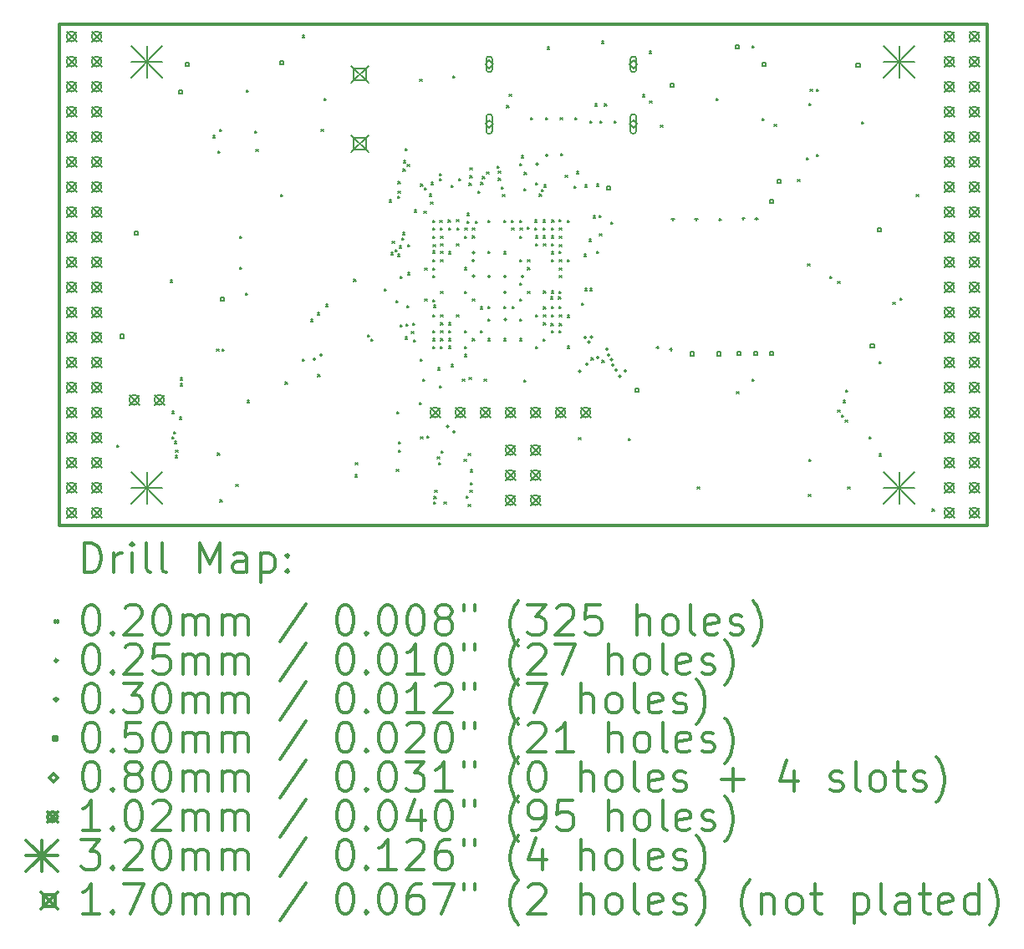
<source format=gbr>
%FSLAX45Y45*%
G04 Gerber Fmt 4.5, Leading zero omitted, Abs format (unit mm)*
G04 Created by KiCad (PCBNEW 4.0.7+dfsg1-1) date Thu Sep 28 13:08:28 2017*
%MOMM*%
%LPD*%
G01*
G04 APERTURE LIST*
%ADD10C,0.127000*%
%ADD11C,0.300000*%
%ADD12C,0.200000*%
G04 APERTURE END LIST*
D10*
D11*
X9410000Y-6142000D02*
X9410000Y-11222000D01*
X18808000Y-6142000D02*
X9410000Y-6142000D01*
X18808000Y-11222000D02*
X18808000Y-6142000D01*
X9410000Y-11222000D02*
X18808000Y-11222000D01*
D12*
X9998000Y-10410000D02*
X10018000Y-10430000D01*
X10018000Y-10410000D02*
X9998000Y-10430000D01*
X10536244Y-8738297D02*
X10556244Y-8758297D01*
X10556244Y-8738297D02*
X10536244Y-8758297D01*
X10555187Y-10325526D02*
X10575187Y-10345526D01*
X10575187Y-10325526D02*
X10555187Y-10345526D01*
X10557972Y-10068392D02*
X10577972Y-10088392D01*
X10577972Y-10068392D02*
X10557972Y-10088392D01*
X10570316Y-10275043D02*
X10590316Y-10295043D01*
X10590316Y-10275043D02*
X10570316Y-10295043D01*
X10580671Y-10371655D02*
X10600671Y-10391655D01*
X10600671Y-10371655D02*
X10580671Y-10391655D01*
X10587368Y-10514871D02*
X10607368Y-10534871D01*
X10607368Y-10514871D02*
X10587368Y-10534871D01*
X10592360Y-10459757D02*
X10612360Y-10479757D01*
X10612360Y-10459757D02*
X10592360Y-10479757D01*
X10630117Y-10127790D02*
X10650117Y-10147790D01*
X10650117Y-10127790D02*
X10630117Y-10147790D01*
X10638000Y-9728640D02*
X10658000Y-9748640D01*
X10658000Y-9728640D02*
X10638000Y-9748640D01*
X10638000Y-9786844D02*
X10658000Y-9806844D01*
X10658000Y-9786844D02*
X10638000Y-9806844D01*
X10972800Y-7273000D02*
X10992800Y-7293000D01*
X10992800Y-7273000D02*
X10972800Y-7293000D01*
X11009310Y-9438989D02*
X11029310Y-9458989D01*
X11029310Y-9438989D02*
X11009310Y-9458989D01*
X11018000Y-10490000D02*
X11038000Y-10510000D01*
X11038000Y-10490000D02*
X11018000Y-10510000D01*
X11021352Y-7428070D02*
X11041352Y-7448070D01*
X11041352Y-7428070D02*
X11021352Y-7448070D01*
X11038300Y-7211500D02*
X11058300Y-7231500D01*
X11058300Y-7211500D02*
X11038300Y-7231500D01*
X11042966Y-10966034D02*
X11062966Y-10986034D01*
X11062966Y-10966034D02*
X11042966Y-10986034D01*
X11061873Y-9435178D02*
X11081873Y-9455178D01*
X11081873Y-9435178D02*
X11061873Y-9455178D01*
X11203400Y-10805600D02*
X11223400Y-10825600D01*
X11223400Y-10805600D02*
X11203400Y-10825600D01*
X11241500Y-8291000D02*
X11261500Y-8311000D01*
X11261500Y-8291000D02*
X11241500Y-8311000D01*
X11241500Y-8608500D02*
X11261500Y-8628500D01*
X11261500Y-8608500D02*
X11241500Y-8628500D01*
X11298000Y-8870000D02*
X11318000Y-8890000D01*
X11318000Y-8870000D02*
X11298000Y-8890000D01*
X11311224Y-6814440D02*
X11331224Y-6834440D01*
X11331224Y-6814440D02*
X11311224Y-6834440D01*
X11317321Y-9958139D02*
X11337321Y-9978139D01*
X11337321Y-9958139D02*
X11317321Y-9978139D01*
X11393900Y-7224200D02*
X11413900Y-7244200D01*
X11413900Y-7224200D02*
X11393900Y-7244200D01*
X11406600Y-7414700D02*
X11426600Y-7434700D01*
X11426600Y-7414700D02*
X11406600Y-7434700D01*
X11655434Y-7867799D02*
X11675434Y-7887799D01*
X11675434Y-7867799D02*
X11655434Y-7887799D01*
X11702166Y-9771727D02*
X11722166Y-9791727D01*
X11722166Y-9771727D02*
X11702166Y-9791727D01*
X11874380Y-9539822D02*
X11894380Y-9559822D01*
X11894380Y-9539822D02*
X11874380Y-9559822D01*
X11875869Y-6255897D02*
X11895869Y-6275897D01*
X11895869Y-6255897D02*
X11875869Y-6275897D01*
X11958487Y-9136972D02*
X11978487Y-9156972D01*
X11978487Y-9136972D02*
X11958487Y-9156972D01*
X12027515Y-9067945D02*
X12047515Y-9087945D01*
X12047515Y-9067945D02*
X12027515Y-9087945D01*
X12033000Y-9695000D02*
X12053000Y-9715000D01*
X12053000Y-9695000D02*
X12033000Y-9715000D01*
X12067000Y-7211500D02*
X12087000Y-7231500D01*
X12087000Y-7211500D02*
X12067000Y-7231500D01*
X12098665Y-6897853D02*
X12118665Y-6917853D01*
X12118665Y-6897853D02*
X12098665Y-6917853D01*
X12111200Y-8984260D02*
X12131200Y-9004260D01*
X12131200Y-8984260D02*
X12111200Y-9004260D01*
X12398000Y-8730000D02*
X12418000Y-8750000D01*
X12418000Y-8730000D02*
X12398000Y-8750000D01*
X12398000Y-8730000D02*
X12418000Y-8750000D01*
X12418000Y-8730000D02*
X12398000Y-8750000D01*
X12410242Y-10710764D02*
X12430242Y-10730764D01*
X12430242Y-10710764D02*
X12410242Y-10730764D01*
X12415398Y-10588254D02*
X12435398Y-10608254D01*
X12435398Y-10588254D02*
X12415398Y-10608254D01*
X12538000Y-9290000D02*
X12558000Y-9310000D01*
X12558000Y-9290000D02*
X12538000Y-9310000D01*
X12572728Y-9335266D02*
X12592728Y-9355266D01*
X12592728Y-9335266D02*
X12572728Y-9355266D01*
X12704513Y-8827908D02*
X12724513Y-8847908D01*
X12724513Y-8827908D02*
X12704513Y-8847908D01*
X12754366Y-7925556D02*
X12774366Y-7945556D01*
X12774366Y-7925556D02*
X12754366Y-7945556D01*
X12772416Y-8458897D02*
X12792416Y-8478897D01*
X12792416Y-8458897D02*
X12772416Y-8478897D01*
X12786626Y-8342795D02*
X12806626Y-8362795D01*
X12806626Y-8342795D02*
X12786626Y-8362795D01*
X12815628Y-8428729D02*
X12835628Y-8448729D01*
X12835628Y-8428729D02*
X12815628Y-8448729D01*
X12822131Y-8943995D02*
X12842131Y-8963995D01*
X12842131Y-8943995D02*
X12822131Y-8963995D01*
X12829000Y-10653200D02*
X12849000Y-10673200D01*
X12849000Y-10653200D02*
X12829000Y-10673200D01*
X12834133Y-10069588D02*
X12854133Y-10089588D01*
X12854133Y-10069588D02*
X12834133Y-10089588D01*
X12838971Y-8476738D02*
X12858971Y-8496738D01*
X12858971Y-8476738D02*
X12838971Y-8496738D01*
X12841590Y-7889418D02*
X12861590Y-7909418D01*
X12861590Y-7889418D02*
X12841590Y-7909418D01*
X12844557Y-7737658D02*
X12864557Y-7757658D01*
X12864557Y-7737658D02*
X12844557Y-7757658D01*
X12846973Y-7836992D02*
X12866973Y-7856992D01*
X12866973Y-7836992D02*
X12846973Y-7856992D01*
X12850280Y-10377254D02*
X12870280Y-10397254D01*
X12870280Y-10377254D02*
X12850280Y-10397254D01*
X12851011Y-10461457D02*
X12871011Y-10481457D01*
X12871011Y-10461457D02*
X12851011Y-10481457D01*
X12856960Y-8392024D02*
X12876960Y-8412024D01*
X12876960Y-8392024D02*
X12856960Y-8412024D01*
X12866509Y-9190430D02*
X12886509Y-9210430D01*
X12886509Y-9190430D02*
X12866509Y-9210430D01*
X12867665Y-8701088D02*
X12887665Y-8721088D01*
X12887665Y-8701088D02*
X12867665Y-8721088D01*
X12884885Y-8308326D02*
X12904885Y-8328326D01*
X12904885Y-8308326D02*
X12884885Y-8328326D01*
X12891675Y-8256064D02*
X12911675Y-8276064D01*
X12911675Y-8256064D02*
X12891675Y-8276064D01*
X12896163Y-7612957D02*
X12916163Y-7632957D01*
X12916163Y-7612957D02*
X12896163Y-7632957D01*
X12902225Y-7526361D02*
X12922225Y-7546361D01*
X12922225Y-7526361D02*
X12902225Y-7546361D01*
X12915222Y-7404246D02*
X12935222Y-7424246D01*
X12935222Y-7404246D02*
X12915222Y-7424246D01*
X12915467Y-9314463D02*
X12935467Y-9334463D01*
X12935467Y-9314463D02*
X12915467Y-9334463D01*
X12923676Y-9183899D02*
X12943676Y-9203899D01*
X12943676Y-9183899D02*
X12923676Y-9203899D01*
X12935918Y-8993919D02*
X12955918Y-9013919D01*
X12955918Y-8993919D02*
X12935918Y-9013919D01*
X12939334Y-7563781D02*
X12959334Y-7583781D01*
X12959334Y-7563781D02*
X12939334Y-7583781D01*
X12941393Y-8376098D02*
X12961393Y-8396098D01*
X12961393Y-8376098D02*
X12941393Y-8396098D01*
X12944260Y-8660352D02*
X12964260Y-8680352D01*
X12964260Y-8660352D02*
X12944260Y-8680352D01*
X12980206Y-9257825D02*
X13000206Y-9277825D01*
X13000206Y-9257825D02*
X12980206Y-9277825D01*
X12992293Y-9173424D02*
X13012293Y-9193424D01*
X13012293Y-9173424D02*
X12992293Y-9193424D01*
X13004130Y-9342914D02*
X13024130Y-9362914D01*
X13024130Y-9342914D02*
X13004130Y-9362914D01*
X13009682Y-8027773D02*
X13029682Y-8047773D01*
X13029682Y-8027773D02*
X13009682Y-8047773D01*
X13061453Y-9980100D02*
X13081453Y-10000100D01*
X13081453Y-9980100D02*
X13061453Y-10000100D01*
X13066199Y-6701962D02*
X13086199Y-6721962D01*
X13086199Y-6701962D02*
X13066199Y-6721962D01*
X13070707Y-9535414D02*
X13090707Y-9555414D01*
X13090707Y-9535414D02*
X13070707Y-9555414D01*
X13073949Y-10325498D02*
X13093949Y-10345498D01*
X13093949Y-10325498D02*
X13073949Y-10345498D01*
X13075683Y-7764262D02*
X13095683Y-7784262D01*
X13095683Y-7764262D02*
X13075683Y-7784262D01*
X13093936Y-9738729D02*
X13113936Y-9758729D01*
X13113936Y-9738729D02*
X13093936Y-9758729D01*
X13108000Y-8040000D02*
X13128000Y-8060000D01*
X13128000Y-8040000D02*
X13108000Y-8060000D01*
X13113091Y-7801384D02*
X13133091Y-7821384D01*
X13133091Y-7801384D02*
X13113091Y-7821384D01*
X13115453Y-8615136D02*
X13135453Y-8635136D01*
X13135453Y-8615136D02*
X13115453Y-8635136D01*
X13118000Y-8930000D02*
X13138000Y-8950000D01*
X13138000Y-8930000D02*
X13118000Y-8950000D01*
X13135385Y-10319621D02*
X13155385Y-10339621D01*
X13155385Y-10319621D02*
X13135385Y-10339621D01*
X13160933Y-7864587D02*
X13180933Y-7884587D01*
X13180933Y-7864587D02*
X13160933Y-7884587D01*
X13174731Y-7948989D02*
X13194731Y-7968989D01*
X13194731Y-7948989D02*
X13174731Y-7968989D01*
X13182329Y-7748485D02*
X13202329Y-7768485D01*
X13202329Y-7748485D02*
X13182329Y-7768485D01*
X13197765Y-9087799D02*
X13217765Y-9107799D01*
X13217765Y-9087799D02*
X13197765Y-9107799D01*
X13197789Y-8617215D02*
X13217789Y-8637215D01*
X13217789Y-8617215D02*
X13197789Y-8637215D01*
X13197962Y-8532814D02*
X13217962Y-8552814D01*
X13217962Y-8532814D02*
X13197962Y-8552814D01*
X13198000Y-8440334D02*
X13218000Y-8460334D01*
X13218000Y-8440334D02*
X13198000Y-8460334D01*
X13198000Y-8130000D02*
X13218000Y-8150000D01*
X13218000Y-8130000D02*
X13198000Y-8150000D01*
X13198000Y-8207799D02*
X13218000Y-8227799D01*
X13218000Y-8207799D02*
X13198000Y-8227799D01*
X13198000Y-8690000D02*
X13218000Y-8710000D01*
X13218000Y-8690000D02*
X13198000Y-8710000D01*
X13198000Y-8934402D02*
X13218000Y-8954402D01*
X13218000Y-8934402D02*
X13198000Y-8954402D01*
X13198000Y-9250000D02*
X13218000Y-9270000D01*
X13218000Y-9250000D02*
X13198000Y-9270000D01*
X13198000Y-9330000D02*
X13218000Y-9350000D01*
X13218000Y-9330000D02*
X13198000Y-9350000D01*
X13198000Y-9410000D02*
X13218000Y-9430000D01*
X13218000Y-9410000D02*
X13198000Y-9430000D01*
X13198482Y-8292201D02*
X13218482Y-8312201D01*
X13218482Y-8292201D02*
X13198482Y-8312201D01*
X13201744Y-8376602D02*
X13221744Y-8396602D01*
X13221744Y-8376602D02*
X13201744Y-8396602D01*
X13204611Y-10984026D02*
X13224611Y-11004026D01*
X13224611Y-10984026D02*
X13204611Y-11004026D01*
X13205608Y-8993095D02*
X13225608Y-9013095D01*
X13225608Y-8993095D02*
X13205608Y-9013095D01*
X13208900Y-10931500D02*
X13228900Y-10951500D01*
X13228900Y-10931500D02*
X13208900Y-10951500D01*
X13218000Y-10870000D02*
X13238000Y-10890000D01*
X13238000Y-10870000D02*
X13218000Y-10890000D01*
X13244000Y-10530000D02*
X13264000Y-10550000D01*
X13264000Y-10530000D02*
X13244000Y-10550000D01*
X13247282Y-9628386D02*
X13267282Y-9648386D01*
X13267282Y-9628386D02*
X13247282Y-9648386D01*
X13255619Y-10587619D02*
X13275619Y-10607619D01*
X13275619Y-10587619D02*
X13255619Y-10607619D01*
X13263724Y-7657621D02*
X13283724Y-7677621D01*
X13283724Y-7657621D02*
X13263724Y-7677621D01*
X13265267Y-9807892D02*
X13285267Y-9827892D01*
X13285267Y-9807892D02*
X13265267Y-9827892D01*
X13266117Y-7710267D02*
X13286117Y-7730267D01*
X13286117Y-7710267D02*
X13266117Y-7730267D01*
X13268333Y-8129999D02*
X13288333Y-8149999D01*
X13288333Y-8129999D02*
X13268333Y-8149999D01*
X13271035Y-8207799D02*
X13291035Y-8227799D01*
X13291035Y-8207799D02*
X13271035Y-8227799D01*
X13274623Y-9409707D02*
X13294623Y-9429707D01*
X13294623Y-9409707D02*
X13274623Y-9429707D01*
X13277580Y-8532814D02*
X13297580Y-8552814D01*
X13297580Y-8532814D02*
X13277580Y-8552814D01*
X13278000Y-8292201D02*
X13298000Y-8312201D01*
X13298000Y-8292201D02*
X13278000Y-8312201D01*
X13278000Y-8850000D02*
X13298000Y-8870000D01*
X13298000Y-8850000D02*
X13278000Y-8870000D01*
X13278000Y-9090000D02*
X13298000Y-9110000D01*
X13298000Y-9090000D02*
X13278000Y-9110000D01*
X13278000Y-9170000D02*
X13298000Y-9190000D01*
X13298000Y-9170000D02*
X13278000Y-9190000D01*
X13278000Y-9250000D02*
X13298000Y-9270000D01*
X13298000Y-9250000D02*
X13278000Y-9270000D01*
X13278000Y-9330000D02*
X13298000Y-9350000D01*
X13298000Y-9330000D02*
X13278000Y-9350000D01*
X13278042Y-8446122D02*
X13298042Y-8466122D01*
X13298042Y-8446122D02*
X13278042Y-8466122D01*
X13278650Y-8367799D02*
X13298650Y-8387799D01*
X13298650Y-8367799D02*
X13278650Y-8387799D01*
X13281858Y-10470000D02*
X13301858Y-10490000D01*
X13301858Y-10470000D02*
X13281858Y-10490000D01*
X13311600Y-10983400D02*
X13331600Y-11003400D01*
X13331600Y-10983400D02*
X13311600Y-11003400D01*
X13352734Y-8129641D02*
X13372734Y-8149641D01*
X13372734Y-8129641D02*
X13352734Y-8149641D01*
X13355436Y-8207799D02*
X13375436Y-8227799D01*
X13375436Y-8207799D02*
X13355436Y-8227799D01*
X13357194Y-8449520D02*
X13377194Y-8469520D01*
X13377194Y-8449520D02*
X13357194Y-8469520D01*
X13358000Y-9170000D02*
X13378000Y-9190000D01*
X13378000Y-9170000D02*
X13358000Y-9190000D01*
X13358000Y-9250000D02*
X13378000Y-9270000D01*
X13378000Y-9250000D02*
X13358000Y-9270000D01*
X13358567Y-9330248D02*
X13378567Y-9350248D01*
X13378567Y-9330248D02*
X13358567Y-9350248D01*
X13359024Y-9408016D02*
X13379024Y-9428016D01*
X13379024Y-9408016D02*
X13359024Y-9428016D01*
X13381998Y-9593873D02*
X13401998Y-9613873D01*
X13401998Y-9593873D02*
X13381998Y-9613873D01*
X13382219Y-7775484D02*
X13402219Y-7795484D01*
X13402219Y-7775484D02*
X13382219Y-7795484D01*
X13397916Y-6668615D02*
X13417916Y-6688615D01*
X13417916Y-6668615D02*
X13397916Y-6688615D01*
X13437135Y-8124791D02*
X13457135Y-8144791D01*
X13457135Y-8124791D02*
X13437135Y-8144791D01*
X13438000Y-8370000D02*
X13458000Y-8390000D01*
X13458000Y-8370000D02*
X13438000Y-8390000D01*
X13438000Y-9090000D02*
X13458000Y-9110000D01*
X13458000Y-9090000D02*
X13438000Y-9110000D01*
X13440141Y-8207758D02*
X13460141Y-8227758D01*
X13460141Y-8207758D02*
X13440141Y-8227758D01*
X13460201Y-7710000D02*
X13480201Y-7730000D01*
X13480201Y-7710000D02*
X13460201Y-7730000D01*
X13498546Y-9743179D02*
X13518546Y-9763179D01*
X13518546Y-9743179D02*
X13498546Y-9763179D01*
X13514800Y-10551600D02*
X13534800Y-10571600D01*
X13534800Y-10551600D02*
X13514800Y-10571600D01*
X13517331Y-8851860D02*
X13537331Y-8871860D01*
X13537331Y-8851860D02*
X13517331Y-8871860D01*
X13518000Y-8292201D02*
X13538000Y-8312201D01*
X13538000Y-8292201D02*
X13518000Y-8312201D01*
X13518000Y-8610000D02*
X13538000Y-8630000D01*
X13538000Y-8610000D02*
X13518000Y-8630000D01*
X13518000Y-9250000D02*
X13538000Y-9270000D01*
X13538000Y-9250000D02*
X13518000Y-9270000D01*
X13518000Y-9410000D02*
X13538000Y-9430000D01*
X13538000Y-9410000D02*
X13518000Y-9430000D01*
X13518000Y-9490000D02*
X13538000Y-9510000D01*
X13538000Y-9490000D02*
X13518000Y-9510000D01*
X13524542Y-8207681D02*
X13544542Y-8227681D01*
X13544542Y-8207681D02*
X13524542Y-8227681D01*
X13537195Y-10926588D02*
X13557195Y-10946588D01*
X13557195Y-10926588D02*
X13537195Y-10946588D01*
X13546744Y-8060230D02*
X13566744Y-8080230D01*
X13566744Y-8060230D02*
X13546744Y-8080230D01*
X13546744Y-8138922D02*
X13566744Y-8158922D01*
X13566744Y-8138922D02*
X13546744Y-8158922D01*
X13558000Y-10493799D02*
X13578000Y-10513799D01*
X13578000Y-10493799D02*
X13558000Y-10513799D01*
X13558000Y-11010000D02*
X13578000Y-11030000D01*
X13578000Y-11010000D02*
X13558000Y-11030000D01*
X13566755Y-7754855D02*
X13586755Y-7774855D01*
X13586755Y-7754855D02*
X13566755Y-7774855D01*
X13567000Y-9723813D02*
X13587000Y-9743813D01*
X13587000Y-9723813D02*
X13567000Y-9743813D01*
X13573069Y-7599451D02*
X13593069Y-7619451D01*
X13593069Y-7599451D02*
X13573069Y-7619451D01*
X13573070Y-7680538D02*
X13593070Y-7700538D01*
X13593070Y-7680538D02*
X13573070Y-7700538D01*
X13575325Y-10869239D02*
X13595325Y-10889239D01*
X13595325Y-10869239D02*
X13575325Y-10889239D01*
X13575519Y-10792264D02*
X13595519Y-10812264D01*
X13595519Y-10792264D02*
X13575519Y-10812264D01*
X13578416Y-10659601D02*
X13598416Y-10679601D01*
X13598416Y-10659601D02*
X13578416Y-10679601D01*
X13598000Y-8210000D02*
X13618000Y-8230000D01*
X13618000Y-8210000D02*
X13598000Y-8230000D01*
X13598000Y-8290000D02*
X13618000Y-8310000D01*
X13618000Y-8290000D02*
X13598000Y-8310000D01*
X13598000Y-9330000D02*
X13618000Y-9350000D01*
X13618000Y-9330000D02*
X13598000Y-9350000D01*
X13598517Y-8929483D02*
X13618517Y-8949483D01*
X13618517Y-8929483D02*
X13598517Y-8949483D01*
X13631144Y-8139731D02*
X13651144Y-8159731D01*
X13651144Y-8139731D02*
X13631144Y-8159731D01*
X13653412Y-7835167D02*
X13673412Y-7855167D01*
X13673412Y-7835167D02*
X13653412Y-7855167D01*
X13678000Y-9250000D02*
X13698000Y-9270000D01*
X13698000Y-9250000D02*
X13678000Y-9270000D01*
X13678517Y-9009483D02*
X13698517Y-9029483D01*
X13698517Y-9009483D02*
X13678517Y-9029483D01*
X13682857Y-7746298D02*
X13702857Y-7766298D01*
X13702857Y-7746298D02*
X13682857Y-7766298D01*
X13701602Y-7687474D02*
X13721602Y-7707474D01*
X13721602Y-7687474D02*
X13701602Y-7707474D01*
X13718870Y-9743874D02*
X13738870Y-9763874D01*
X13738870Y-9743874D02*
X13718870Y-9763874D01*
X13743803Y-7641053D02*
X13763803Y-7661053D01*
X13763803Y-7641053D02*
X13743803Y-7661053D01*
X13756589Y-9130245D02*
X13776589Y-9150245D01*
X13776589Y-9130245D02*
X13756589Y-9150245D01*
X13758000Y-8130000D02*
X13778000Y-8150000D01*
X13778000Y-8130000D02*
X13758000Y-8150000D01*
X13758000Y-9007299D02*
X13778000Y-9027299D01*
X13778000Y-9007299D02*
X13758000Y-9027299D01*
X13758000Y-9330000D02*
X13778000Y-9350000D01*
X13778000Y-9330000D02*
X13758000Y-9350000D01*
X13758056Y-8443409D02*
X13778056Y-8463409D01*
X13778056Y-8443409D02*
X13758056Y-8463409D01*
X13849384Y-7581016D02*
X13869384Y-7601016D01*
X13869384Y-7581016D02*
X13849384Y-7601016D01*
X13861610Y-7632585D02*
X13881610Y-7652585D01*
X13881610Y-7632585D02*
X13861610Y-7652585D01*
X13862361Y-7706570D02*
X13882361Y-7726570D01*
X13882361Y-7706570D02*
X13862361Y-7726570D01*
X13894062Y-7793672D02*
X13914062Y-7813672D01*
X13914062Y-7793672D02*
X13894062Y-7813672D01*
X13904536Y-7870917D02*
X13924536Y-7890917D01*
X13924536Y-7870917D02*
X13904536Y-7890917D01*
X13917252Y-8451135D02*
X13937252Y-8471135D01*
X13937252Y-8451135D02*
X13917252Y-8471135D01*
X13918000Y-8130000D02*
X13938000Y-8150000D01*
X13938000Y-8130000D02*
X13918000Y-8150000D01*
X13918000Y-9002299D02*
X13938000Y-9022299D01*
X13938000Y-9002299D02*
X13918000Y-9022299D01*
X13918000Y-9330000D02*
X13938000Y-9350000D01*
X13938000Y-9330000D02*
X13918000Y-9350000D01*
X13947561Y-6969286D02*
X13967561Y-6989286D01*
X13967561Y-6969286D02*
X13947561Y-6989286D01*
X13972000Y-6856567D02*
X13992000Y-6876567D01*
X13992000Y-6856567D02*
X13972000Y-6876567D01*
X13993599Y-8130000D02*
X14013599Y-8150000D01*
X14013599Y-8130000D02*
X13993599Y-8150000D01*
X13998000Y-8210000D02*
X14018000Y-8230000D01*
X14018000Y-8210000D02*
X13998000Y-8230000D01*
X13999489Y-9002299D02*
X14019489Y-9022299D01*
X14019489Y-9002299D02*
X13999489Y-9022299D01*
X14076403Y-8294140D02*
X14096403Y-8314140D01*
X14096403Y-8294140D02*
X14076403Y-8314140D01*
X14077419Y-9133335D02*
X14097419Y-9153335D01*
X14097419Y-9133335D02*
X14077419Y-9153335D01*
X14078000Y-8130000D02*
X14098000Y-8150000D01*
X14098000Y-8130000D02*
X14078000Y-8150000D01*
X14078000Y-8530000D02*
X14098000Y-8550000D01*
X14098000Y-8530000D02*
X14078000Y-8550000D01*
X14078000Y-8770000D02*
X14098000Y-8790000D01*
X14098000Y-8770000D02*
X14078000Y-8790000D01*
X14078000Y-8930000D02*
X14098000Y-8950000D01*
X14098000Y-8930000D02*
X14078000Y-8950000D01*
X14078000Y-9330000D02*
X14098000Y-9350000D01*
X14098000Y-9330000D02*
X14078000Y-9350000D01*
X14079021Y-7558194D02*
X14099021Y-7578194D01*
X14099021Y-7558194D02*
X14079021Y-7578194D01*
X14082401Y-8207928D02*
X14102401Y-8227928D01*
X14102401Y-8207928D02*
X14082401Y-8227928D01*
X14094664Y-7477380D02*
X14114664Y-7497380D01*
X14114664Y-7477380D02*
X14094664Y-7497380D01*
X14118000Y-9750000D02*
X14138000Y-9770000D01*
X14138000Y-9750000D02*
X14118000Y-9770000D01*
X14121898Y-7809926D02*
X14141898Y-7829926D01*
X14141898Y-7809926D02*
X14121898Y-7829926D01*
X14124297Y-7645500D02*
X14144297Y-7665500D01*
X14144297Y-7645500D02*
X14124297Y-7665500D01*
X14155799Y-8203034D02*
X14175799Y-8223034D01*
X14175799Y-8203034D02*
X14155799Y-8223034D01*
X14158000Y-8530000D02*
X14178000Y-8550000D01*
X14178000Y-8530000D02*
X14158000Y-8550000D01*
X14158000Y-8610000D02*
X14178000Y-8630000D01*
X14178000Y-8610000D02*
X14158000Y-8630000D01*
X14158000Y-8850000D02*
X14178000Y-8870000D01*
X14178000Y-8850000D02*
X14158000Y-8870000D01*
X14190056Y-7090851D02*
X14210056Y-7110851D01*
X14210056Y-7090851D02*
X14190056Y-7110851D01*
X14229642Y-8209139D02*
X14249642Y-8229139D01*
X14249642Y-8209139D02*
X14229642Y-8229139D01*
X14231398Y-8128224D02*
X14251398Y-8148224D01*
X14251398Y-8128224D02*
X14231398Y-8148224D01*
X14237355Y-8289891D02*
X14257355Y-8309891D01*
X14257355Y-8289891D02*
X14237355Y-8309891D01*
X14238000Y-7750000D02*
X14258000Y-7770000D01*
X14258000Y-7750000D02*
X14238000Y-7770000D01*
X14238000Y-8370000D02*
X14258000Y-8390000D01*
X14258000Y-8370000D02*
X14238000Y-8390000D01*
X14238000Y-9090000D02*
X14258000Y-9110000D01*
X14258000Y-9090000D02*
X14238000Y-9110000D01*
X14238000Y-9410000D02*
X14258000Y-9430000D01*
X14258000Y-9410000D02*
X14238000Y-9430000D01*
X14275162Y-7865975D02*
X14295162Y-7885975D01*
X14295162Y-7865975D02*
X14275162Y-7885975D01*
X14300511Y-7819522D02*
X14320511Y-7839522D01*
X14320511Y-7819522D02*
X14300511Y-7839522D01*
X14315799Y-8127963D02*
X14335799Y-8147963D01*
X14335799Y-8127963D02*
X14315799Y-8147963D01*
X14315799Y-8210715D02*
X14335799Y-8230715D01*
X14335799Y-8210715D02*
X14315799Y-8230715D01*
X14315799Y-8290000D02*
X14335799Y-8310000D01*
X14335799Y-8290000D02*
X14315799Y-8310000D01*
X14315801Y-9332315D02*
X14335801Y-9352315D01*
X14335801Y-9332315D02*
X14315801Y-9352315D01*
X14317803Y-8849503D02*
X14337803Y-8869503D01*
X14337803Y-8849503D02*
X14317803Y-8869503D01*
X14318000Y-8370000D02*
X14338000Y-8390000D01*
X14338000Y-8370000D02*
X14318000Y-8390000D01*
X14318000Y-9090000D02*
X14338000Y-9110000D01*
X14338000Y-9090000D02*
X14318000Y-9110000D01*
X14318000Y-9170000D02*
X14338000Y-9190000D01*
X14338000Y-9170000D02*
X14318000Y-9190000D01*
X14318182Y-9010195D02*
X14338182Y-9030195D01*
X14338182Y-9010195D02*
X14318182Y-9030195D01*
X14323180Y-7771946D02*
X14343180Y-7791946D01*
X14343180Y-7771946D02*
X14323180Y-7791946D01*
X14338035Y-7091653D02*
X14358035Y-7111653D01*
X14358035Y-7091653D02*
X14338035Y-7111653D01*
X14355067Y-6376252D02*
X14375067Y-6396252D01*
X14375067Y-6376252D02*
X14355067Y-6396252D01*
X14388995Y-8907799D02*
X14408995Y-8927799D01*
X14408995Y-8907799D02*
X14388995Y-8927799D01*
X14396483Y-9177765D02*
X14416483Y-9197765D01*
X14416483Y-9177765D02*
X14396483Y-9197765D01*
X14398000Y-9090000D02*
X14418000Y-9110000D01*
X14418000Y-9090000D02*
X14398000Y-9110000D01*
X14398242Y-9003286D02*
X14418242Y-9023286D01*
X14418242Y-9003286D02*
X14398242Y-9023286D01*
X14398283Y-8848451D02*
X14418283Y-8868451D01*
X14418283Y-8848451D02*
X14398283Y-8868451D01*
X14400201Y-8208560D02*
X14420201Y-8228560D01*
X14420201Y-8208560D02*
X14400201Y-8228560D01*
X14400201Y-8290000D02*
X14420201Y-8310000D01*
X14420201Y-8290000D02*
X14400201Y-8310000D01*
X14400201Y-8370000D02*
X14420201Y-8390000D01*
X14420201Y-8370000D02*
X14400201Y-8390000D01*
X14400201Y-8450000D02*
X14420201Y-8470000D01*
X14420201Y-8450000D02*
X14400201Y-8470000D01*
X14400201Y-8529722D02*
X14420201Y-8549722D01*
X14420201Y-8529722D02*
X14400201Y-8549722D01*
X14400201Y-9250000D02*
X14420201Y-9270000D01*
X14420201Y-9250000D02*
X14400201Y-9270000D01*
X14404602Y-8127478D02*
X14424602Y-8147478D01*
X14424602Y-8127478D02*
X14404602Y-8147478D01*
X14471061Y-8907799D02*
X14491061Y-8927799D01*
X14491061Y-8907799D02*
X14471061Y-8927799D01*
X14476639Y-8123398D02*
X14496639Y-8143398D01*
X14496639Y-8123398D02*
X14476639Y-8143398D01*
X14476724Y-9006446D02*
X14496724Y-9026446D01*
X14496724Y-9006446D02*
X14476724Y-9026446D01*
X14477765Y-8852201D02*
X14497765Y-8872201D01*
X14497765Y-8852201D02*
X14477765Y-8872201D01*
X14477769Y-8443293D02*
X14497769Y-8463293D01*
X14497769Y-8443293D02*
X14477769Y-8463293D01*
X14478235Y-9247799D02*
X14498235Y-9267799D01*
X14498235Y-9247799D02*
X14478235Y-9267799D01*
X14478509Y-8207799D02*
X14498509Y-8227799D01*
X14498509Y-8207799D02*
X14478509Y-8227799D01*
X14478654Y-8528519D02*
X14498654Y-8548519D01*
X14498654Y-8528519D02*
X14478654Y-8548519D01*
X14478856Y-8689382D02*
X14498856Y-8709382D01*
X14498856Y-8689382D02*
X14478856Y-8709382D01*
X14479038Y-8376602D02*
X14499038Y-8396602D01*
X14499038Y-8376602D02*
X14479038Y-8396602D01*
X14479163Y-9090847D02*
X14499163Y-9110847D01*
X14499163Y-9090847D02*
X14479163Y-9110847D01*
X14479410Y-8292201D02*
X14499410Y-8312201D01*
X14499410Y-8292201D02*
X14479410Y-8312201D01*
X14479577Y-9177444D02*
X14499577Y-9197444D01*
X14499577Y-9177444D02*
X14479577Y-9197444D01*
X14480128Y-8616874D02*
X14500128Y-8636874D01*
X14500128Y-8616874D02*
X14480128Y-8636874D01*
X14487842Y-7092405D02*
X14507842Y-7112405D01*
X14507842Y-7092405D02*
X14487842Y-7112405D01*
X14491706Y-7455585D02*
X14511706Y-7475585D01*
X14511706Y-7455585D02*
X14491706Y-7475585D01*
X14539401Y-7673483D02*
X14559401Y-7693483D01*
X14559401Y-7673483D02*
X14539401Y-7693483D01*
X14558000Y-8130000D02*
X14578000Y-8150000D01*
X14578000Y-8130000D02*
X14558000Y-8150000D01*
X14558000Y-8532201D02*
X14578000Y-8552201D01*
X14578000Y-8532201D02*
X14558000Y-8552201D01*
X14558000Y-9407799D02*
X14578000Y-9427799D01*
X14578000Y-9407799D02*
X14558000Y-9427799D01*
X14561303Y-9092201D02*
X14581303Y-9112201D01*
X14581303Y-9092201D02*
X14561303Y-9112201D01*
X14628717Y-7783934D02*
X14648717Y-7803934D01*
X14648717Y-7783934D02*
X14628717Y-7803934D01*
X14636897Y-7089394D02*
X14656897Y-7109394D01*
X14656897Y-7089394D02*
X14636897Y-7109394D01*
X14652765Y-7636130D02*
X14672765Y-7656130D01*
X14672765Y-7636130D02*
X14652765Y-7656130D01*
X14674429Y-10335274D02*
X14694429Y-10355274D01*
X14694429Y-10335274D02*
X14674429Y-10355274D01*
X14702593Y-8970288D02*
X14722593Y-8990288D01*
X14722593Y-8970288D02*
X14702593Y-8990288D01*
X14732247Y-8475859D02*
X14752247Y-8495859D01*
X14752247Y-8475859D02*
X14732247Y-8495859D01*
X14737067Y-8822484D02*
X14757067Y-8842484D01*
X14757067Y-8822484D02*
X14737067Y-8842484D01*
X14738000Y-7772201D02*
X14758000Y-7792201D01*
X14758000Y-7772201D02*
X14738000Y-7792201D01*
X14779417Y-8323581D02*
X14799417Y-8343581D01*
X14799417Y-8323581D02*
X14779417Y-8343581D01*
X14788736Y-7127779D02*
X14808736Y-7147779D01*
X14808736Y-7127779D02*
X14788736Y-7147779D01*
X14789768Y-8822484D02*
X14809768Y-8842484D01*
X14809768Y-8822484D02*
X14789768Y-8842484D01*
X14800281Y-9523902D02*
X14820281Y-9543902D01*
X14820281Y-9523902D02*
X14800281Y-9543902D01*
X14823777Y-8087578D02*
X14843777Y-8107578D01*
X14843777Y-8087578D02*
X14823777Y-8107578D01*
X14837783Y-6951968D02*
X14857783Y-6971968D01*
X14857783Y-6951968D02*
X14837783Y-6971968D01*
X14853988Y-7762935D02*
X14873988Y-7782935D01*
X14873988Y-7762935D02*
X14853988Y-7782935D01*
X14856880Y-8445039D02*
X14876880Y-8465039D01*
X14876880Y-8445039D02*
X14856880Y-8465039D01*
X14883585Y-8079901D02*
X14903585Y-8099901D01*
X14903585Y-8079901D02*
X14883585Y-8099901D01*
X14887565Y-8265534D02*
X14907565Y-8285534D01*
X14907565Y-8265534D02*
X14887565Y-8285534D01*
X14889119Y-7127779D02*
X14909119Y-7147779D01*
X14909119Y-7127779D02*
X14889119Y-7147779D01*
X14908375Y-6315711D02*
X14928375Y-6335711D01*
X14928375Y-6315711D02*
X14908375Y-6335711D01*
X14910771Y-9550529D02*
X14930771Y-9570529D01*
X14930771Y-9550529D02*
X14910771Y-9570529D01*
X14937595Y-6951968D02*
X14957595Y-6971968D01*
X14957595Y-6951968D02*
X14937595Y-6971968D01*
X14998000Y-8150000D02*
X15018000Y-8170000D01*
X15018000Y-8150000D02*
X14998000Y-8170000D01*
X15035722Y-7127779D02*
X15055722Y-7147779D01*
X15055722Y-7127779D02*
X15035722Y-7147779D01*
X15179638Y-10341072D02*
X15199638Y-10361072D01*
X15199638Y-10341072D02*
X15179638Y-10361072D01*
X15322234Y-6857342D02*
X15342234Y-6877342D01*
X15342234Y-6857342D02*
X15322234Y-6877342D01*
X15388420Y-6418006D02*
X15408420Y-6438006D01*
X15408420Y-6418006D02*
X15388420Y-6438006D01*
X15394400Y-6919400D02*
X15414400Y-6939400D01*
X15414400Y-6919400D02*
X15394400Y-6939400D01*
X15504936Y-7166453D02*
X15524936Y-7186453D01*
X15524936Y-7166453D02*
X15504936Y-7186453D01*
X15877000Y-10831000D02*
X15897000Y-10851000D01*
X15897000Y-10831000D02*
X15877000Y-10851000D01*
X16067500Y-6894000D02*
X16087500Y-6914000D01*
X16087500Y-6894000D02*
X16067500Y-6914000D01*
X16274230Y-9866230D02*
X16294230Y-9886230D01*
X16294230Y-9866230D02*
X16274230Y-9886230D01*
X16428771Y-9740623D02*
X16448771Y-9760623D01*
X16448771Y-9740623D02*
X16428771Y-9760623D01*
X16433388Y-6363745D02*
X16453388Y-6383745D01*
X16453388Y-6363745D02*
X16433388Y-6383745D01*
X16533299Y-7097002D02*
X16553299Y-7117002D01*
X16553299Y-7097002D02*
X16533299Y-7117002D01*
X16655801Y-7157356D02*
X16675801Y-7177356D01*
X16675801Y-7157356D02*
X16655801Y-7177356D01*
X16893000Y-7719500D02*
X16913000Y-7739500D01*
X16913000Y-7719500D02*
X16893000Y-7739500D01*
X16979535Y-7499299D02*
X16999535Y-7519299D01*
X16999535Y-7499299D02*
X16979535Y-7519299D01*
X16994600Y-8570400D02*
X17014600Y-8590400D01*
X17014600Y-8570400D02*
X16994600Y-8590400D01*
X17002604Y-10911247D02*
X17022604Y-10931247D01*
X17022604Y-10911247D02*
X17002604Y-10931247D01*
X17005773Y-10556635D02*
X17025773Y-10576635D01*
X17025773Y-10556635D02*
X17005773Y-10576635D01*
X17008296Y-6947101D02*
X17028296Y-6967101D01*
X17028296Y-6947101D02*
X17008296Y-6967101D01*
X17020000Y-6805100D02*
X17040000Y-6825100D01*
X17040000Y-6805100D02*
X17020000Y-6825100D01*
X17084317Y-7466146D02*
X17104317Y-7486146D01*
X17104317Y-7466146D02*
X17084317Y-7486146D01*
X17085000Y-6802556D02*
X17105000Y-6822556D01*
X17105000Y-6802556D02*
X17085000Y-6822556D01*
X17218956Y-8702405D02*
X17238956Y-8722405D01*
X17238956Y-8702405D02*
X17218956Y-8722405D01*
X17299400Y-8748200D02*
X17319400Y-8768200D01*
X17319400Y-8748200D02*
X17299400Y-8768200D01*
X17300268Y-10055836D02*
X17320268Y-10075836D01*
X17320268Y-10055836D02*
X17300268Y-10075836D01*
X17339796Y-10105762D02*
X17359796Y-10125762D01*
X17359796Y-10105762D02*
X17339796Y-10125762D01*
X17352053Y-9955794D02*
X17372053Y-9975794D01*
X17372053Y-9955794D02*
X17352053Y-9975794D01*
X17376791Y-10155514D02*
X17396791Y-10175514D01*
X17396791Y-10155514D02*
X17376791Y-10175514D01*
X17380238Y-9852552D02*
X17400238Y-9872552D01*
X17400238Y-9852552D02*
X17380238Y-9872552D01*
X17401000Y-10831000D02*
X17421000Y-10851000D01*
X17421000Y-10831000D02*
X17401000Y-10851000D01*
X17539563Y-7135743D02*
X17559563Y-7155743D01*
X17559563Y-7135743D02*
X17539563Y-7155743D01*
X17618500Y-10323000D02*
X17638500Y-10343000D01*
X17638500Y-10323000D02*
X17618500Y-10343000D01*
X17717400Y-10497912D02*
X17737400Y-10517912D01*
X17737400Y-10497912D02*
X17717400Y-10517912D01*
X17718500Y-9561000D02*
X17738500Y-9581000D01*
X17738500Y-9561000D02*
X17718500Y-9581000D01*
X17856591Y-8961390D02*
X17876591Y-8981390D01*
X17876591Y-8961390D02*
X17856591Y-8981390D01*
X17927598Y-8921781D02*
X17947598Y-8941781D01*
X17947598Y-8921781D02*
X17927598Y-8941781D01*
X18096500Y-7868500D02*
X18116500Y-7888500D01*
X18116500Y-7868500D02*
X18096500Y-7888500D01*
X18255436Y-11056584D02*
X18275436Y-11076584D01*
X18275436Y-11056584D02*
X18255436Y-11076584D01*
X12010516Y-9541295D02*
G75*
G03X12010516Y-9541295I-12700J0D01*
G01*
X12076103Y-9497760D02*
G75*
G03X12076103Y-9497760I-12700J0D01*
G01*
X13357629Y-10223262D02*
G75*
G03X13357629Y-10223262I-12700J0D01*
G01*
X13420141Y-10275223D02*
G75*
G03X13420141Y-10275223I-12700J0D01*
G01*
X13620700Y-8460000D02*
G75*
G03X13620700Y-8460000I-12700J0D01*
G01*
X13620700Y-8540000D02*
G75*
G03X13620700Y-8540000I-12700J0D01*
G01*
X13623799Y-8699540D02*
G75*
G03X13623799Y-8699540I-12700J0D01*
G01*
X13780700Y-8700000D02*
G75*
G03X13780700Y-8700000I-12700J0D01*
G01*
X13940700Y-8700000D02*
G75*
G03X13940700Y-8700000I-12700J0D01*
G01*
X13940700Y-8860000D02*
G75*
G03X13940700Y-8860000I-12700J0D01*
G01*
X13943964Y-9135970D02*
G75*
G03X13943964Y-9135970I-12700J0D01*
G01*
X14116986Y-8699500D02*
G75*
G03X14116986Y-8699500I-12700J0D01*
G01*
X14265799Y-7566284D02*
G75*
G03X14265799Y-7566284I-12700J0D01*
G01*
X14365259Y-7474977D02*
G75*
G03X14365259Y-7474977I-12700J0D01*
G01*
X14698950Y-9661750D02*
G75*
G03X14698950Y-9661750I-12700J0D01*
G01*
X14752658Y-9320914D02*
G75*
G03X14752658Y-9320914I-12700J0D01*
G01*
X14766147Y-9591326D02*
G75*
G03X14766147Y-9591326I-12700J0D01*
G01*
X14790471Y-9369101D02*
G75*
G03X14790471Y-9369101I-12700J0D01*
G01*
X14811790Y-9315052D02*
G75*
G03X14811790Y-9315052I-12700J0D01*
G01*
X14878093Y-9524901D02*
G75*
G03X14878093Y-9524901I-12700J0D01*
G01*
X14974686Y-9437887D02*
G75*
G03X14974686Y-9437887I-12700J0D01*
G01*
X14990624Y-9494419D02*
G75*
G03X14990624Y-9494419I-12700J0D01*
G01*
X15019903Y-9544603D02*
G75*
G03X15019903Y-9544603I-12700J0D01*
G01*
X15032486Y-9601326D02*
G75*
G03X15032486Y-9601326I-12700J0D01*
G01*
X15064591Y-9649751D02*
G75*
G03X15064591Y-9649751I-12700J0D01*
G01*
X15102216Y-9710492D02*
G75*
G03X15102216Y-9710492I-12700J0D01*
G01*
X15155392Y-9658465D02*
G75*
G03X15155392Y-9658465I-12700J0D01*
G01*
X15472629Y-9402136D02*
X15472629Y-9432136D01*
X15457629Y-9417136D02*
X15487629Y-9417136D01*
X15607711Y-9423078D02*
X15607711Y-9453078D01*
X15592711Y-9438078D02*
X15622711Y-9438078D01*
X15628000Y-8106084D02*
X15628000Y-8136084D01*
X15613000Y-8121084D02*
X15643000Y-8121084D01*
X15868000Y-8106084D02*
X15868000Y-8136084D01*
X15853000Y-8121084D02*
X15883000Y-8121084D01*
X16106799Y-8106612D02*
X16106799Y-8136612D01*
X16091799Y-8121612D02*
X16121799Y-8121612D01*
X16342203Y-8097066D02*
X16342203Y-8127066D01*
X16327203Y-8112066D02*
X16357203Y-8112066D01*
X16474183Y-8098057D02*
X16474183Y-8128057D01*
X16459183Y-8113057D02*
X16489183Y-8113057D01*
X10065668Y-9324068D02*
X10065668Y-9288713D01*
X10030313Y-9288713D01*
X10030313Y-9324068D01*
X10065668Y-9324068D01*
X10210884Y-8276183D02*
X10210884Y-8240827D01*
X10175529Y-8240827D01*
X10175529Y-8276183D01*
X10210884Y-8276183D01*
X10659458Y-6848926D02*
X10659458Y-6813570D01*
X10624103Y-6813570D01*
X10624103Y-6848926D01*
X10659458Y-6848926D01*
X10724925Y-6569670D02*
X10724925Y-6534314D01*
X10689570Y-6534314D01*
X10689570Y-6569670D01*
X10724925Y-6569670D01*
X11079415Y-8946398D02*
X11079415Y-8911042D01*
X11044059Y-8911042D01*
X11044059Y-8946398D01*
X11079415Y-8946398D01*
X11685285Y-6554893D02*
X11685285Y-6519538D01*
X11649930Y-6519538D01*
X11649930Y-6554893D01*
X11685285Y-6554893D01*
X14992842Y-7820612D02*
X14992842Y-7785257D01*
X14957486Y-7785257D01*
X14957486Y-7820612D01*
X14992842Y-7820612D01*
X15279782Y-9869675D02*
X15279782Y-9834319D01*
X15244427Y-9834319D01*
X15244427Y-9869675D01*
X15279782Y-9869675D01*
X15641236Y-6777027D02*
X15641236Y-6741671D01*
X15605880Y-6741671D01*
X15605880Y-6777027D01*
X15641236Y-6777027D01*
X15841046Y-9502939D02*
X15841046Y-9467584D01*
X15805691Y-9467584D01*
X15805691Y-9502939D01*
X15841046Y-9502939D01*
X16108519Y-9502730D02*
X16108519Y-9467375D01*
X16073163Y-9467375D01*
X16073163Y-9502730D01*
X16108519Y-9502730D01*
X16296426Y-6389526D02*
X16296426Y-6354171D01*
X16261070Y-6354171D01*
X16261070Y-6389526D01*
X16296426Y-6389526D01*
X16316953Y-9499696D02*
X16316953Y-9464341D01*
X16281597Y-9464341D01*
X16281597Y-9499696D01*
X16316953Y-9499696D01*
X16483055Y-9500233D02*
X16483055Y-9464877D01*
X16447699Y-9464877D01*
X16447699Y-9500233D01*
X16483055Y-9500233D01*
X16571791Y-6571560D02*
X16571791Y-6536205D01*
X16536435Y-6536205D01*
X16536435Y-6571560D01*
X16571791Y-6571560D01*
X16642779Y-7956567D02*
X16642779Y-7921212D01*
X16607423Y-7921212D01*
X16607423Y-7956567D01*
X16642779Y-7956567D01*
X16645678Y-9497678D02*
X16645678Y-9462322D01*
X16610322Y-9462322D01*
X16610322Y-9497678D01*
X16645678Y-9497678D01*
X16719671Y-7756658D02*
X16719671Y-7721302D01*
X16684316Y-7721302D01*
X16684316Y-7756658D01*
X16719671Y-7756658D01*
X17521839Y-6576653D02*
X17521839Y-6541297D01*
X17486483Y-6541297D01*
X17486483Y-6576653D01*
X17521839Y-6576653D01*
X17665108Y-9424587D02*
X17665108Y-9389232D01*
X17629753Y-9389232D01*
X17629753Y-9424587D01*
X17665108Y-9424587D01*
X17740669Y-8245813D02*
X17740669Y-8210457D01*
X17705313Y-8210457D01*
X17705313Y-8245813D01*
X17740669Y-8245813D01*
X13768000Y-6590000D02*
X13808000Y-6550000D01*
X13768000Y-6510000D01*
X13728000Y-6550000D01*
X13768000Y-6590000D01*
X13738000Y-6500000D02*
X13738000Y-6600000D01*
X13798000Y-6500000D02*
X13798000Y-6600000D01*
X13738000Y-6600000D02*
G75*
G03X13798000Y-6600000I30000J0D01*
G01*
X13798000Y-6500000D02*
G75*
G03X13738000Y-6500000I-30000J0D01*
G01*
X13768000Y-7195000D02*
X13808000Y-7155000D01*
X13768000Y-7115000D01*
X13728000Y-7155000D01*
X13768000Y-7195000D01*
X13738000Y-7085000D02*
X13738000Y-7225000D01*
X13798000Y-7085000D02*
X13798000Y-7225000D01*
X13738000Y-7225000D02*
G75*
G03X13798000Y-7225000I30000J0D01*
G01*
X13798000Y-7085000D02*
G75*
G03X13738000Y-7085000I-30000J0D01*
G01*
X15228000Y-6590000D02*
X15268000Y-6550000D01*
X15228000Y-6510000D01*
X15188000Y-6550000D01*
X15228000Y-6590000D01*
X15198000Y-6500000D02*
X15198000Y-6600000D01*
X15258000Y-6500000D02*
X15258000Y-6600000D01*
X15198000Y-6600000D02*
G75*
G03X15258000Y-6600000I30000J0D01*
G01*
X15258000Y-6500000D02*
G75*
G03X15198000Y-6500000I-30000J0D01*
G01*
X15228000Y-7195000D02*
X15268000Y-7155000D01*
X15228000Y-7115000D01*
X15188000Y-7155000D01*
X15228000Y-7195000D01*
X15198000Y-7085000D02*
X15198000Y-7225000D01*
X15258000Y-7085000D02*
X15258000Y-7225000D01*
X15198000Y-7225000D02*
G75*
G03X15258000Y-7225000I30000J0D01*
G01*
X15258000Y-7085000D02*
G75*
G03X15198000Y-7085000I-30000J0D01*
G01*
X9486200Y-6218200D02*
X9587800Y-6319800D01*
X9587800Y-6218200D02*
X9486200Y-6319800D01*
X9587800Y-6269000D02*
G75*
G03X9587800Y-6269000I-50800J0D01*
G01*
X9486200Y-6472200D02*
X9587800Y-6573800D01*
X9587800Y-6472200D02*
X9486200Y-6573800D01*
X9587800Y-6523000D02*
G75*
G03X9587800Y-6523000I-50800J0D01*
G01*
X9486200Y-6726200D02*
X9587800Y-6827800D01*
X9587800Y-6726200D02*
X9486200Y-6827800D01*
X9587800Y-6777000D02*
G75*
G03X9587800Y-6777000I-50800J0D01*
G01*
X9486200Y-6980200D02*
X9587800Y-7081800D01*
X9587800Y-6980200D02*
X9486200Y-7081800D01*
X9587800Y-7031000D02*
G75*
G03X9587800Y-7031000I-50800J0D01*
G01*
X9486200Y-7234200D02*
X9587800Y-7335800D01*
X9587800Y-7234200D02*
X9486200Y-7335800D01*
X9587800Y-7285000D02*
G75*
G03X9587800Y-7285000I-50800J0D01*
G01*
X9486200Y-7488200D02*
X9587800Y-7589800D01*
X9587800Y-7488200D02*
X9486200Y-7589800D01*
X9587800Y-7539000D02*
G75*
G03X9587800Y-7539000I-50800J0D01*
G01*
X9486200Y-7742200D02*
X9587800Y-7843800D01*
X9587800Y-7742200D02*
X9486200Y-7843800D01*
X9587800Y-7793000D02*
G75*
G03X9587800Y-7793000I-50800J0D01*
G01*
X9486200Y-7996200D02*
X9587800Y-8097800D01*
X9587800Y-7996200D02*
X9486200Y-8097800D01*
X9587800Y-8047000D02*
G75*
G03X9587800Y-8047000I-50800J0D01*
G01*
X9486200Y-8250200D02*
X9587800Y-8351800D01*
X9587800Y-8250200D02*
X9486200Y-8351800D01*
X9587800Y-8301000D02*
G75*
G03X9587800Y-8301000I-50800J0D01*
G01*
X9486200Y-8504200D02*
X9587800Y-8605800D01*
X9587800Y-8504200D02*
X9486200Y-8605800D01*
X9587800Y-8555000D02*
G75*
G03X9587800Y-8555000I-50800J0D01*
G01*
X9486200Y-8758200D02*
X9587800Y-8859800D01*
X9587800Y-8758200D02*
X9486200Y-8859800D01*
X9587800Y-8809000D02*
G75*
G03X9587800Y-8809000I-50800J0D01*
G01*
X9486200Y-9012200D02*
X9587800Y-9113800D01*
X9587800Y-9012200D02*
X9486200Y-9113800D01*
X9587800Y-9063000D02*
G75*
G03X9587800Y-9063000I-50800J0D01*
G01*
X9486200Y-9266200D02*
X9587800Y-9367800D01*
X9587800Y-9266200D02*
X9486200Y-9367800D01*
X9587800Y-9317000D02*
G75*
G03X9587800Y-9317000I-50800J0D01*
G01*
X9486200Y-9520200D02*
X9587800Y-9621800D01*
X9587800Y-9520200D02*
X9486200Y-9621800D01*
X9587800Y-9571000D02*
G75*
G03X9587800Y-9571000I-50800J0D01*
G01*
X9486200Y-9774200D02*
X9587800Y-9875800D01*
X9587800Y-9774200D02*
X9486200Y-9875800D01*
X9587800Y-9825000D02*
G75*
G03X9587800Y-9825000I-50800J0D01*
G01*
X9486200Y-10028200D02*
X9587800Y-10129800D01*
X9587800Y-10028200D02*
X9486200Y-10129800D01*
X9587800Y-10079000D02*
G75*
G03X9587800Y-10079000I-50800J0D01*
G01*
X9486200Y-10282200D02*
X9587800Y-10383800D01*
X9587800Y-10282200D02*
X9486200Y-10383800D01*
X9587800Y-10333000D02*
G75*
G03X9587800Y-10333000I-50800J0D01*
G01*
X9486200Y-10536200D02*
X9587800Y-10637800D01*
X9587800Y-10536200D02*
X9486200Y-10637800D01*
X9587800Y-10587000D02*
G75*
G03X9587800Y-10587000I-50800J0D01*
G01*
X9486200Y-10790200D02*
X9587800Y-10891800D01*
X9587800Y-10790200D02*
X9486200Y-10891800D01*
X9587800Y-10841000D02*
G75*
G03X9587800Y-10841000I-50800J0D01*
G01*
X9486200Y-11044200D02*
X9587800Y-11145800D01*
X9587800Y-11044200D02*
X9486200Y-11145800D01*
X9587800Y-11095000D02*
G75*
G03X9587800Y-11095000I-50800J0D01*
G01*
X9740200Y-6218200D02*
X9841800Y-6319800D01*
X9841800Y-6218200D02*
X9740200Y-6319800D01*
X9841800Y-6269000D02*
G75*
G03X9841800Y-6269000I-50800J0D01*
G01*
X9740200Y-6472200D02*
X9841800Y-6573800D01*
X9841800Y-6472200D02*
X9740200Y-6573800D01*
X9841800Y-6523000D02*
G75*
G03X9841800Y-6523000I-50800J0D01*
G01*
X9740200Y-6726200D02*
X9841800Y-6827800D01*
X9841800Y-6726200D02*
X9740200Y-6827800D01*
X9841800Y-6777000D02*
G75*
G03X9841800Y-6777000I-50800J0D01*
G01*
X9740200Y-6980200D02*
X9841800Y-7081800D01*
X9841800Y-6980200D02*
X9740200Y-7081800D01*
X9841800Y-7031000D02*
G75*
G03X9841800Y-7031000I-50800J0D01*
G01*
X9740200Y-7234200D02*
X9841800Y-7335800D01*
X9841800Y-7234200D02*
X9740200Y-7335800D01*
X9841800Y-7285000D02*
G75*
G03X9841800Y-7285000I-50800J0D01*
G01*
X9740200Y-7488200D02*
X9841800Y-7589800D01*
X9841800Y-7488200D02*
X9740200Y-7589800D01*
X9841800Y-7539000D02*
G75*
G03X9841800Y-7539000I-50800J0D01*
G01*
X9740200Y-7742200D02*
X9841800Y-7843800D01*
X9841800Y-7742200D02*
X9740200Y-7843800D01*
X9841800Y-7793000D02*
G75*
G03X9841800Y-7793000I-50800J0D01*
G01*
X9740200Y-7996200D02*
X9841800Y-8097800D01*
X9841800Y-7996200D02*
X9740200Y-8097800D01*
X9841800Y-8047000D02*
G75*
G03X9841800Y-8047000I-50800J0D01*
G01*
X9740200Y-8250200D02*
X9841800Y-8351800D01*
X9841800Y-8250200D02*
X9740200Y-8351800D01*
X9841800Y-8301000D02*
G75*
G03X9841800Y-8301000I-50800J0D01*
G01*
X9740200Y-8504200D02*
X9841800Y-8605800D01*
X9841800Y-8504200D02*
X9740200Y-8605800D01*
X9841800Y-8555000D02*
G75*
G03X9841800Y-8555000I-50800J0D01*
G01*
X9740200Y-8758200D02*
X9841800Y-8859800D01*
X9841800Y-8758200D02*
X9740200Y-8859800D01*
X9841800Y-8809000D02*
G75*
G03X9841800Y-8809000I-50800J0D01*
G01*
X9740200Y-9012200D02*
X9841800Y-9113800D01*
X9841800Y-9012200D02*
X9740200Y-9113800D01*
X9841800Y-9063000D02*
G75*
G03X9841800Y-9063000I-50800J0D01*
G01*
X9740200Y-9266200D02*
X9841800Y-9367800D01*
X9841800Y-9266200D02*
X9740200Y-9367800D01*
X9841800Y-9317000D02*
G75*
G03X9841800Y-9317000I-50800J0D01*
G01*
X9740200Y-9520200D02*
X9841800Y-9621800D01*
X9841800Y-9520200D02*
X9740200Y-9621800D01*
X9841800Y-9571000D02*
G75*
G03X9841800Y-9571000I-50800J0D01*
G01*
X9740200Y-9774200D02*
X9841800Y-9875800D01*
X9841800Y-9774200D02*
X9740200Y-9875800D01*
X9841800Y-9825000D02*
G75*
G03X9841800Y-9825000I-50800J0D01*
G01*
X9740200Y-10028200D02*
X9841800Y-10129800D01*
X9841800Y-10028200D02*
X9740200Y-10129800D01*
X9841800Y-10079000D02*
G75*
G03X9841800Y-10079000I-50800J0D01*
G01*
X9740200Y-10282200D02*
X9841800Y-10383800D01*
X9841800Y-10282200D02*
X9740200Y-10383800D01*
X9841800Y-10333000D02*
G75*
G03X9841800Y-10333000I-50800J0D01*
G01*
X9740200Y-10536200D02*
X9841800Y-10637800D01*
X9841800Y-10536200D02*
X9740200Y-10637800D01*
X9841800Y-10587000D02*
G75*
G03X9841800Y-10587000I-50800J0D01*
G01*
X9740200Y-10790200D02*
X9841800Y-10891800D01*
X9841800Y-10790200D02*
X9740200Y-10891800D01*
X9841800Y-10841000D02*
G75*
G03X9841800Y-10841000I-50800J0D01*
G01*
X9740200Y-11044200D02*
X9841800Y-11145800D01*
X9841800Y-11044200D02*
X9740200Y-11145800D01*
X9841800Y-11095000D02*
G75*
G03X9841800Y-11095000I-50800J0D01*
G01*
X10121200Y-9901200D02*
X10222800Y-10002800D01*
X10222800Y-9901200D02*
X10121200Y-10002800D01*
X10222800Y-9952000D02*
G75*
G03X10222800Y-9952000I-50800J0D01*
G01*
X10375200Y-9901200D02*
X10476800Y-10002800D01*
X10476800Y-9901200D02*
X10375200Y-10002800D01*
X10476800Y-9952000D02*
G75*
G03X10476800Y-9952000I-50800J0D01*
G01*
X13169200Y-10028200D02*
X13270800Y-10129800D01*
X13270800Y-10028200D02*
X13169200Y-10129800D01*
X13270800Y-10079000D02*
G75*
G03X13270800Y-10079000I-50800J0D01*
G01*
X13423200Y-10028200D02*
X13524800Y-10129800D01*
X13524800Y-10028200D02*
X13423200Y-10129800D01*
X13524800Y-10079000D02*
G75*
G03X13524800Y-10079000I-50800J0D01*
G01*
X13677200Y-10028200D02*
X13778800Y-10129800D01*
X13778800Y-10028200D02*
X13677200Y-10129800D01*
X13778800Y-10079000D02*
G75*
G03X13778800Y-10079000I-50800J0D01*
G01*
X13931200Y-10028200D02*
X14032800Y-10129800D01*
X14032800Y-10028200D02*
X13931200Y-10129800D01*
X14032800Y-10079000D02*
G75*
G03X14032800Y-10079000I-50800J0D01*
G01*
X13931200Y-10409200D02*
X14032800Y-10510800D01*
X14032800Y-10409200D02*
X13931200Y-10510800D01*
X14032800Y-10460000D02*
G75*
G03X14032800Y-10460000I-50800J0D01*
G01*
X13931200Y-10663200D02*
X14032800Y-10764800D01*
X14032800Y-10663200D02*
X13931200Y-10764800D01*
X14032800Y-10714000D02*
G75*
G03X14032800Y-10714000I-50800J0D01*
G01*
X13931200Y-10917200D02*
X14032800Y-11018800D01*
X14032800Y-10917200D02*
X13931200Y-11018800D01*
X14032800Y-10968000D02*
G75*
G03X14032800Y-10968000I-50800J0D01*
G01*
X14185200Y-10028200D02*
X14286800Y-10129800D01*
X14286800Y-10028200D02*
X14185200Y-10129800D01*
X14286800Y-10079000D02*
G75*
G03X14286800Y-10079000I-50800J0D01*
G01*
X14185200Y-10409200D02*
X14286800Y-10510800D01*
X14286800Y-10409200D02*
X14185200Y-10510800D01*
X14286800Y-10460000D02*
G75*
G03X14286800Y-10460000I-50800J0D01*
G01*
X14185200Y-10663200D02*
X14286800Y-10764800D01*
X14286800Y-10663200D02*
X14185200Y-10764800D01*
X14286800Y-10714000D02*
G75*
G03X14286800Y-10714000I-50800J0D01*
G01*
X14185200Y-10917200D02*
X14286800Y-11018800D01*
X14286800Y-10917200D02*
X14185200Y-11018800D01*
X14286800Y-10968000D02*
G75*
G03X14286800Y-10968000I-50800J0D01*
G01*
X14439200Y-10028200D02*
X14540800Y-10129800D01*
X14540800Y-10028200D02*
X14439200Y-10129800D01*
X14540800Y-10079000D02*
G75*
G03X14540800Y-10079000I-50800J0D01*
G01*
X14693200Y-10028200D02*
X14794800Y-10129800D01*
X14794800Y-10028200D02*
X14693200Y-10129800D01*
X14794800Y-10079000D02*
G75*
G03X14794800Y-10079000I-50800J0D01*
G01*
X18376200Y-6218200D02*
X18477800Y-6319800D01*
X18477800Y-6218200D02*
X18376200Y-6319800D01*
X18477800Y-6269000D02*
G75*
G03X18477800Y-6269000I-50800J0D01*
G01*
X18376200Y-6472200D02*
X18477800Y-6573800D01*
X18477800Y-6472200D02*
X18376200Y-6573800D01*
X18477800Y-6523000D02*
G75*
G03X18477800Y-6523000I-50800J0D01*
G01*
X18376200Y-6726200D02*
X18477800Y-6827800D01*
X18477800Y-6726200D02*
X18376200Y-6827800D01*
X18477800Y-6777000D02*
G75*
G03X18477800Y-6777000I-50800J0D01*
G01*
X18376200Y-6980200D02*
X18477800Y-7081800D01*
X18477800Y-6980200D02*
X18376200Y-7081800D01*
X18477800Y-7031000D02*
G75*
G03X18477800Y-7031000I-50800J0D01*
G01*
X18376200Y-7234200D02*
X18477800Y-7335800D01*
X18477800Y-7234200D02*
X18376200Y-7335800D01*
X18477800Y-7285000D02*
G75*
G03X18477800Y-7285000I-50800J0D01*
G01*
X18376200Y-7488200D02*
X18477800Y-7589800D01*
X18477800Y-7488200D02*
X18376200Y-7589800D01*
X18477800Y-7539000D02*
G75*
G03X18477800Y-7539000I-50800J0D01*
G01*
X18376200Y-7742200D02*
X18477800Y-7843800D01*
X18477800Y-7742200D02*
X18376200Y-7843800D01*
X18477800Y-7793000D02*
G75*
G03X18477800Y-7793000I-50800J0D01*
G01*
X18376200Y-7996200D02*
X18477800Y-8097800D01*
X18477800Y-7996200D02*
X18376200Y-8097800D01*
X18477800Y-8047000D02*
G75*
G03X18477800Y-8047000I-50800J0D01*
G01*
X18376200Y-8250200D02*
X18477800Y-8351800D01*
X18477800Y-8250200D02*
X18376200Y-8351800D01*
X18477800Y-8301000D02*
G75*
G03X18477800Y-8301000I-50800J0D01*
G01*
X18376200Y-8504200D02*
X18477800Y-8605800D01*
X18477800Y-8504200D02*
X18376200Y-8605800D01*
X18477800Y-8555000D02*
G75*
G03X18477800Y-8555000I-50800J0D01*
G01*
X18376200Y-8758200D02*
X18477800Y-8859800D01*
X18477800Y-8758200D02*
X18376200Y-8859800D01*
X18477800Y-8809000D02*
G75*
G03X18477800Y-8809000I-50800J0D01*
G01*
X18376200Y-9012200D02*
X18477800Y-9113800D01*
X18477800Y-9012200D02*
X18376200Y-9113800D01*
X18477800Y-9063000D02*
G75*
G03X18477800Y-9063000I-50800J0D01*
G01*
X18376200Y-9266200D02*
X18477800Y-9367800D01*
X18477800Y-9266200D02*
X18376200Y-9367800D01*
X18477800Y-9317000D02*
G75*
G03X18477800Y-9317000I-50800J0D01*
G01*
X18376200Y-9520200D02*
X18477800Y-9621800D01*
X18477800Y-9520200D02*
X18376200Y-9621800D01*
X18477800Y-9571000D02*
G75*
G03X18477800Y-9571000I-50800J0D01*
G01*
X18376200Y-9774200D02*
X18477800Y-9875800D01*
X18477800Y-9774200D02*
X18376200Y-9875800D01*
X18477800Y-9825000D02*
G75*
G03X18477800Y-9825000I-50800J0D01*
G01*
X18376200Y-10028200D02*
X18477800Y-10129800D01*
X18477800Y-10028200D02*
X18376200Y-10129800D01*
X18477800Y-10079000D02*
G75*
G03X18477800Y-10079000I-50800J0D01*
G01*
X18376200Y-10282200D02*
X18477800Y-10383800D01*
X18477800Y-10282200D02*
X18376200Y-10383800D01*
X18477800Y-10333000D02*
G75*
G03X18477800Y-10333000I-50800J0D01*
G01*
X18376200Y-10536200D02*
X18477800Y-10637800D01*
X18477800Y-10536200D02*
X18376200Y-10637800D01*
X18477800Y-10587000D02*
G75*
G03X18477800Y-10587000I-50800J0D01*
G01*
X18376200Y-10790200D02*
X18477800Y-10891800D01*
X18477800Y-10790200D02*
X18376200Y-10891800D01*
X18477800Y-10841000D02*
G75*
G03X18477800Y-10841000I-50800J0D01*
G01*
X18376200Y-11044200D02*
X18477800Y-11145800D01*
X18477800Y-11044200D02*
X18376200Y-11145800D01*
X18477800Y-11095000D02*
G75*
G03X18477800Y-11095000I-50800J0D01*
G01*
X18630200Y-6218200D02*
X18731800Y-6319800D01*
X18731800Y-6218200D02*
X18630200Y-6319800D01*
X18731800Y-6269000D02*
G75*
G03X18731800Y-6269000I-50800J0D01*
G01*
X18630200Y-6472200D02*
X18731800Y-6573800D01*
X18731800Y-6472200D02*
X18630200Y-6573800D01*
X18731800Y-6523000D02*
G75*
G03X18731800Y-6523000I-50800J0D01*
G01*
X18630200Y-6726200D02*
X18731800Y-6827800D01*
X18731800Y-6726200D02*
X18630200Y-6827800D01*
X18731800Y-6777000D02*
G75*
G03X18731800Y-6777000I-50800J0D01*
G01*
X18630200Y-6980200D02*
X18731800Y-7081800D01*
X18731800Y-6980200D02*
X18630200Y-7081800D01*
X18731800Y-7031000D02*
G75*
G03X18731800Y-7031000I-50800J0D01*
G01*
X18630200Y-7234200D02*
X18731800Y-7335800D01*
X18731800Y-7234200D02*
X18630200Y-7335800D01*
X18731800Y-7285000D02*
G75*
G03X18731800Y-7285000I-50800J0D01*
G01*
X18630200Y-7488200D02*
X18731800Y-7589800D01*
X18731800Y-7488200D02*
X18630200Y-7589800D01*
X18731800Y-7539000D02*
G75*
G03X18731800Y-7539000I-50800J0D01*
G01*
X18630200Y-7742200D02*
X18731800Y-7843800D01*
X18731800Y-7742200D02*
X18630200Y-7843800D01*
X18731800Y-7793000D02*
G75*
G03X18731800Y-7793000I-50800J0D01*
G01*
X18630200Y-7996200D02*
X18731800Y-8097800D01*
X18731800Y-7996200D02*
X18630200Y-8097800D01*
X18731800Y-8047000D02*
G75*
G03X18731800Y-8047000I-50800J0D01*
G01*
X18630200Y-8250200D02*
X18731800Y-8351800D01*
X18731800Y-8250200D02*
X18630200Y-8351800D01*
X18731800Y-8301000D02*
G75*
G03X18731800Y-8301000I-50800J0D01*
G01*
X18630200Y-8504200D02*
X18731800Y-8605800D01*
X18731800Y-8504200D02*
X18630200Y-8605800D01*
X18731800Y-8555000D02*
G75*
G03X18731800Y-8555000I-50800J0D01*
G01*
X18630200Y-8758200D02*
X18731800Y-8859800D01*
X18731800Y-8758200D02*
X18630200Y-8859800D01*
X18731800Y-8809000D02*
G75*
G03X18731800Y-8809000I-50800J0D01*
G01*
X18630200Y-9012200D02*
X18731800Y-9113800D01*
X18731800Y-9012200D02*
X18630200Y-9113800D01*
X18731800Y-9063000D02*
G75*
G03X18731800Y-9063000I-50800J0D01*
G01*
X18630200Y-9266200D02*
X18731800Y-9367800D01*
X18731800Y-9266200D02*
X18630200Y-9367800D01*
X18731800Y-9317000D02*
G75*
G03X18731800Y-9317000I-50800J0D01*
G01*
X18630200Y-9520200D02*
X18731800Y-9621800D01*
X18731800Y-9520200D02*
X18630200Y-9621800D01*
X18731800Y-9571000D02*
G75*
G03X18731800Y-9571000I-50800J0D01*
G01*
X18630200Y-9774200D02*
X18731800Y-9875800D01*
X18731800Y-9774200D02*
X18630200Y-9875800D01*
X18731800Y-9825000D02*
G75*
G03X18731800Y-9825000I-50800J0D01*
G01*
X18630200Y-10028200D02*
X18731800Y-10129800D01*
X18731800Y-10028200D02*
X18630200Y-10129800D01*
X18731800Y-10079000D02*
G75*
G03X18731800Y-10079000I-50800J0D01*
G01*
X18630200Y-10282200D02*
X18731800Y-10383800D01*
X18731800Y-10282200D02*
X18630200Y-10383800D01*
X18731800Y-10333000D02*
G75*
G03X18731800Y-10333000I-50800J0D01*
G01*
X18630200Y-10536200D02*
X18731800Y-10637800D01*
X18731800Y-10536200D02*
X18630200Y-10637800D01*
X18731800Y-10587000D02*
G75*
G03X18731800Y-10587000I-50800J0D01*
G01*
X18630200Y-10790200D02*
X18731800Y-10891800D01*
X18731800Y-10790200D02*
X18630200Y-10891800D01*
X18731800Y-10841000D02*
G75*
G03X18731800Y-10841000I-50800J0D01*
G01*
X18630200Y-11044200D02*
X18731800Y-11145800D01*
X18731800Y-11044200D02*
X18630200Y-11145800D01*
X18731800Y-11095000D02*
G75*
G03X18731800Y-11095000I-50800J0D01*
G01*
X10139000Y-6363000D02*
X10459000Y-6683000D01*
X10459000Y-6363000D02*
X10139000Y-6683000D01*
X10299000Y-6363000D02*
X10299000Y-6683000D01*
X10139000Y-6523000D02*
X10459000Y-6523000D01*
X10139000Y-10681000D02*
X10459000Y-11001000D01*
X10459000Y-10681000D02*
X10139000Y-11001000D01*
X10299000Y-10681000D02*
X10299000Y-11001000D01*
X10139000Y-10841000D02*
X10459000Y-10841000D01*
X17759000Y-6363000D02*
X18079000Y-6683000D01*
X18079000Y-6363000D02*
X17759000Y-6683000D01*
X17919000Y-6363000D02*
X17919000Y-6683000D01*
X17759000Y-6523000D02*
X18079000Y-6523000D01*
X17759000Y-10681000D02*
X18079000Y-11001000D01*
X18079000Y-10681000D02*
X17759000Y-11001000D01*
X17919000Y-10681000D02*
X17919000Y-11001000D01*
X17759000Y-10841000D02*
X18079000Y-10841000D01*
X12373000Y-6569000D02*
X12543000Y-6739000D01*
X12543000Y-6569000D02*
X12373000Y-6739000D01*
X12518105Y-6714105D02*
X12518105Y-6593895D01*
X12397895Y-6593895D01*
X12397895Y-6714105D01*
X12518105Y-6714105D01*
X12373000Y-7269000D02*
X12543000Y-7439000D01*
X12543000Y-7269000D02*
X12373000Y-7439000D01*
X12518105Y-7414105D02*
X12518105Y-7293895D01*
X12397895Y-7293895D01*
X12397895Y-7414105D01*
X12518105Y-7414105D01*
D11*
X9666429Y-11702714D02*
X9666429Y-11402714D01*
X9737857Y-11402714D01*
X9780714Y-11417000D01*
X9809286Y-11445571D01*
X9823571Y-11474143D01*
X9837857Y-11531286D01*
X9837857Y-11574143D01*
X9823571Y-11631286D01*
X9809286Y-11659857D01*
X9780714Y-11688429D01*
X9737857Y-11702714D01*
X9666429Y-11702714D01*
X9966429Y-11702714D02*
X9966429Y-11502714D01*
X9966429Y-11559857D02*
X9980714Y-11531286D01*
X9995000Y-11517000D01*
X10023571Y-11502714D01*
X10052143Y-11502714D01*
X10152143Y-11702714D02*
X10152143Y-11502714D01*
X10152143Y-11402714D02*
X10137857Y-11417000D01*
X10152143Y-11431286D01*
X10166429Y-11417000D01*
X10152143Y-11402714D01*
X10152143Y-11431286D01*
X10337857Y-11702714D02*
X10309286Y-11688429D01*
X10295000Y-11659857D01*
X10295000Y-11402714D01*
X10495000Y-11702714D02*
X10466429Y-11688429D01*
X10452143Y-11659857D01*
X10452143Y-11402714D01*
X10837857Y-11702714D02*
X10837857Y-11402714D01*
X10937857Y-11617000D01*
X11037857Y-11402714D01*
X11037857Y-11702714D01*
X11309286Y-11702714D02*
X11309286Y-11545571D01*
X11295000Y-11517000D01*
X11266428Y-11502714D01*
X11209286Y-11502714D01*
X11180714Y-11517000D01*
X11309286Y-11688429D02*
X11280714Y-11702714D01*
X11209286Y-11702714D01*
X11180714Y-11688429D01*
X11166429Y-11659857D01*
X11166429Y-11631286D01*
X11180714Y-11602714D01*
X11209286Y-11588429D01*
X11280714Y-11588429D01*
X11309286Y-11574143D01*
X11452143Y-11502714D02*
X11452143Y-11802714D01*
X11452143Y-11517000D02*
X11480714Y-11502714D01*
X11537857Y-11502714D01*
X11566428Y-11517000D01*
X11580714Y-11531286D01*
X11595000Y-11559857D01*
X11595000Y-11645571D01*
X11580714Y-11674143D01*
X11566428Y-11688429D01*
X11537857Y-11702714D01*
X11480714Y-11702714D01*
X11452143Y-11688429D01*
X11723571Y-11674143D02*
X11737857Y-11688429D01*
X11723571Y-11702714D01*
X11709286Y-11688429D01*
X11723571Y-11674143D01*
X11723571Y-11702714D01*
X11723571Y-11517000D02*
X11737857Y-11531286D01*
X11723571Y-11545571D01*
X11709286Y-11531286D01*
X11723571Y-11517000D01*
X11723571Y-11545571D01*
X9375000Y-12187000D02*
X9395000Y-12207000D01*
X9395000Y-12187000D02*
X9375000Y-12207000D01*
X9723571Y-12032714D02*
X9752143Y-12032714D01*
X9780714Y-12047000D01*
X9795000Y-12061286D01*
X9809286Y-12089857D01*
X9823571Y-12147000D01*
X9823571Y-12218429D01*
X9809286Y-12275571D01*
X9795000Y-12304143D01*
X9780714Y-12318429D01*
X9752143Y-12332714D01*
X9723571Y-12332714D01*
X9695000Y-12318429D01*
X9680714Y-12304143D01*
X9666429Y-12275571D01*
X9652143Y-12218429D01*
X9652143Y-12147000D01*
X9666429Y-12089857D01*
X9680714Y-12061286D01*
X9695000Y-12047000D01*
X9723571Y-12032714D01*
X9952143Y-12304143D02*
X9966429Y-12318429D01*
X9952143Y-12332714D01*
X9937857Y-12318429D01*
X9952143Y-12304143D01*
X9952143Y-12332714D01*
X10080714Y-12061286D02*
X10095000Y-12047000D01*
X10123571Y-12032714D01*
X10195000Y-12032714D01*
X10223571Y-12047000D01*
X10237857Y-12061286D01*
X10252143Y-12089857D01*
X10252143Y-12118429D01*
X10237857Y-12161286D01*
X10066428Y-12332714D01*
X10252143Y-12332714D01*
X10437857Y-12032714D02*
X10466429Y-12032714D01*
X10495000Y-12047000D01*
X10509286Y-12061286D01*
X10523571Y-12089857D01*
X10537857Y-12147000D01*
X10537857Y-12218429D01*
X10523571Y-12275571D01*
X10509286Y-12304143D01*
X10495000Y-12318429D01*
X10466429Y-12332714D01*
X10437857Y-12332714D01*
X10409286Y-12318429D01*
X10395000Y-12304143D01*
X10380714Y-12275571D01*
X10366429Y-12218429D01*
X10366429Y-12147000D01*
X10380714Y-12089857D01*
X10395000Y-12061286D01*
X10409286Y-12047000D01*
X10437857Y-12032714D01*
X10666429Y-12332714D02*
X10666429Y-12132714D01*
X10666429Y-12161286D02*
X10680714Y-12147000D01*
X10709286Y-12132714D01*
X10752143Y-12132714D01*
X10780714Y-12147000D01*
X10795000Y-12175571D01*
X10795000Y-12332714D01*
X10795000Y-12175571D02*
X10809286Y-12147000D01*
X10837857Y-12132714D01*
X10880714Y-12132714D01*
X10909286Y-12147000D01*
X10923571Y-12175571D01*
X10923571Y-12332714D01*
X11066429Y-12332714D02*
X11066429Y-12132714D01*
X11066429Y-12161286D02*
X11080714Y-12147000D01*
X11109286Y-12132714D01*
X11152143Y-12132714D01*
X11180714Y-12147000D01*
X11195000Y-12175571D01*
X11195000Y-12332714D01*
X11195000Y-12175571D02*
X11209286Y-12147000D01*
X11237857Y-12132714D01*
X11280714Y-12132714D01*
X11309286Y-12147000D01*
X11323571Y-12175571D01*
X11323571Y-12332714D01*
X11909286Y-12018429D02*
X11652143Y-12404143D01*
X12295000Y-12032714D02*
X12323571Y-12032714D01*
X12352143Y-12047000D01*
X12366428Y-12061286D01*
X12380714Y-12089857D01*
X12395000Y-12147000D01*
X12395000Y-12218429D01*
X12380714Y-12275571D01*
X12366428Y-12304143D01*
X12352143Y-12318429D01*
X12323571Y-12332714D01*
X12295000Y-12332714D01*
X12266428Y-12318429D01*
X12252143Y-12304143D01*
X12237857Y-12275571D01*
X12223571Y-12218429D01*
X12223571Y-12147000D01*
X12237857Y-12089857D01*
X12252143Y-12061286D01*
X12266428Y-12047000D01*
X12295000Y-12032714D01*
X12523571Y-12304143D02*
X12537857Y-12318429D01*
X12523571Y-12332714D01*
X12509286Y-12318429D01*
X12523571Y-12304143D01*
X12523571Y-12332714D01*
X12723571Y-12032714D02*
X12752143Y-12032714D01*
X12780714Y-12047000D01*
X12795000Y-12061286D01*
X12809285Y-12089857D01*
X12823571Y-12147000D01*
X12823571Y-12218429D01*
X12809285Y-12275571D01*
X12795000Y-12304143D01*
X12780714Y-12318429D01*
X12752143Y-12332714D01*
X12723571Y-12332714D01*
X12695000Y-12318429D01*
X12680714Y-12304143D01*
X12666428Y-12275571D01*
X12652143Y-12218429D01*
X12652143Y-12147000D01*
X12666428Y-12089857D01*
X12680714Y-12061286D01*
X12695000Y-12047000D01*
X12723571Y-12032714D01*
X13009285Y-12032714D02*
X13037857Y-12032714D01*
X13066428Y-12047000D01*
X13080714Y-12061286D01*
X13095000Y-12089857D01*
X13109285Y-12147000D01*
X13109285Y-12218429D01*
X13095000Y-12275571D01*
X13080714Y-12304143D01*
X13066428Y-12318429D01*
X13037857Y-12332714D01*
X13009285Y-12332714D01*
X12980714Y-12318429D01*
X12966428Y-12304143D01*
X12952143Y-12275571D01*
X12937857Y-12218429D01*
X12937857Y-12147000D01*
X12952143Y-12089857D01*
X12966428Y-12061286D01*
X12980714Y-12047000D01*
X13009285Y-12032714D01*
X13280714Y-12161286D02*
X13252143Y-12147000D01*
X13237857Y-12132714D01*
X13223571Y-12104143D01*
X13223571Y-12089857D01*
X13237857Y-12061286D01*
X13252143Y-12047000D01*
X13280714Y-12032714D01*
X13337857Y-12032714D01*
X13366428Y-12047000D01*
X13380714Y-12061286D01*
X13395000Y-12089857D01*
X13395000Y-12104143D01*
X13380714Y-12132714D01*
X13366428Y-12147000D01*
X13337857Y-12161286D01*
X13280714Y-12161286D01*
X13252143Y-12175571D01*
X13237857Y-12189857D01*
X13223571Y-12218429D01*
X13223571Y-12275571D01*
X13237857Y-12304143D01*
X13252143Y-12318429D01*
X13280714Y-12332714D01*
X13337857Y-12332714D01*
X13366428Y-12318429D01*
X13380714Y-12304143D01*
X13395000Y-12275571D01*
X13395000Y-12218429D01*
X13380714Y-12189857D01*
X13366428Y-12175571D01*
X13337857Y-12161286D01*
X13509286Y-12032714D02*
X13509286Y-12089857D01*
X13623571Y-12032714D02*
X13623571Y-12089857D01*
X14066428Y-12447000D02*
X14052143Y-12432714D01*
X14023571Y-12389857D01*
X14009285Y-12361286D01*
X13995000Y-12318429D01*
X13980714Y-12247000D01*
X13980714Y-12189857D01*
X13995000Y-12118429D01*
X14009285Y-12075571D01*
X14023571Y-12047000D01*
X14052143Y-12004143D01*
X14066428Y-11989857D01*
X14152143Y-12032714D02*
X14337857Y-12032714D01*
X14237857Y-12147000D01*
X14280714Y-12147000D01*
X14309285Y-12161286D01*
X14323571Y-12175571D01*
X14337857Y-12204143D01*
X14337857Y-12275571D01*
X14323571Y-12304143D01*
X14309285Y-12318429D01*
X14280714Y-12332714D01*
X14195000Y-12332714D01*
X14166428Y-12318429D01*
X14152143Y-12304143D01*
X14452143Y-12061286D02*
X14466428Y-12047000D01*
X14495000Y-12032714D01*
X14566428Y-12032714D01*
X14595000Y-12047000D01*
X14609285Y-12061286D01*
X14623571Y-12089857D01*
X14623571Y-12118429D01*
X14609285Y-12161286D01*
X14437857Y-12332714D01*
X14623571Y-12332714D01*
X14895000Y-12032714D02*
X14752143Y-12032714D01*
X14737857Y-12175571D01*
X14752143Y-12161286D01*
X14780714Y-12147000D01*
X14852143Y-12147000D01*
X14880714Y-12161286D01*
X14895000Y-12175571D01*
X14909285Y-12204143D01*
X14909285Y-12275571D01*
X14895000Y-12304143D01*
X14880714Y-12318429D01*
X14852143Y-12332714D01*
X14780714Y-12332714D01*
X14752143Y-12318429D01*
X14737857Y-12304143D01*
X15266428Y-12332714D02*
X15266428Y-12032714D01*
X15395000Y-12332714D02*
X15395000Y-12175571D01*
X15380714Y-12147000D01*
X15352143Y-12132714D01*
X15309285Y-12132714D01*
X15280714Y-12147000D01*
X15266428Y-12161286D01*
X15580714Y-12332714D02*
X15552143Y-12318429D01*
X15537857Y-12304143D01*
X15523571Y-12275571D01*
X15523571Y-12189857D01*
X15537857Y-12161286D01*
X15552143Y-12147000D01*
X15580714Y-12132714D01*
X15623571Y-12132714D01*
X15652143Y-12147000D01*
X15666428Y-12161286D01*
X15680714Y-12189857D01*
X15680714Y-12275571D01*
X15666428Y-12304143D01*
X15652143Y-12318429D01*
X15623571Y-12332714D01*
X15580714Y-12332714D01*
X15852143Y-12332714D02*
X15823571Y-12318429D01*
X15809286Y-12289857D01*
X15809286Y-12032714D01*
X16080714Y-12318429D02*
X16052143Y-12332714D01*
X15995000Y-12332714D01*
X15966428Y-12318429D01*
X15952143Y-12289857D01*
X15952143Y-12175571D01*
X15966428Y-12147000D01*
X15995000Y-12132714D01*
X16052143Y-12132714D01*
X16080714Y-12147000D01*
X16095000Y-12175571D01*
X16095000Y-12204143D01*
X15952143Y-12232714D01*
X16209286Y-12318429D02*
X16237857Y-12332714D01*
X16295000Y-12332714D01*
X16323571Y-12318429D01*
X16337857Y-12289857D01*
X16337857Y-12275571D01*
X16323571Y-12247000D01*
X16295000Y-12232714D01*
X16252143Y-12232714D01*
X16223571Y-12218429D01*
X16209286Y-12189857D01*
X16209286Y-12175571D01*
X16223571Y-12147000D01*
X16252143Y-12132714D01*
X16295000Y-12132714D01*
X16323571Y-12147000D01*
X16437857Y-12447000D02*
X16452143Y-12432714D01*
X16480714Y-12389857D01*
X16495000Y-12361286D01*
X16509286Y-12318429D01*
X16523571Y-12247000D01*
X16523571Y-12189857D01*
X16509286Y-12118429D01*
X16495000Y-12075571D01*
X16480714Y-12047000D01*
X16452143Y-12004143D01*
X16437857Y-11989857D01*
X9395000Y-12593000D02*
G75*
G03X9395000Y-12593000I-12700J0D01*
G01*
X9723571Y-12428714D02*
X9752143Y-12428714D01*
X9780714Y-12443000D01*
X9795000Y-12457286D01*
X9809286Y-12485857D01*
X9823571Y-12543000D01*
X9823571Y-12614429D01*
X9809286Y-12671571D01*
X9795000Y-12700143D01*
X9780714Y-12714429D01*
X9752143Y-12728714D01*
X9723571Y-12728714D01*
X9695000Y-12714429D01*
X9680714Y-12700143D01*
X9666429Y-12671571D01*
X9652143Y-12614429D01*
X9652143Y-12543000D01*
X9666429Y-12485857D01*
X9680714Y-12457286D01*
X9695000Y-12443000D01*
X9723571Y-12428714D01*
X9952143Y-12700143D02*
X9966429Y-12714429D01*
X9952143Y-12728714D01*
X9937857Y-12714429D01*
X9952143Y-12700143D01*
X9952143Y-12728714D01*
X10080714Y-12457286D02*
X10095000Y-12443000D01*
X10123571Y-12428714D01*
X10195000Y-12428714D01*
X10223571Y-12443000D01*
X10237857Y-12457286D01*
X10252143Y-12485857D01*
X10252143Y-12514429D01*
X10237857Y-12557286D01*
X10066428Y-12728714D01*
X10252143Y-12728714D01*
X10523571Y-12428714D02*
X10380714Y-12428714D01*
X10366429Y-12571571D01*
X10380714Y-12557286D01*
X10409286Y-12543000D01*
X10480714Y-12543000D01*
X10509286Y-12557286D01*
X10523571Y-12571571D01*
X10537857Y-12600143D01*
X10537857Y-12671571D01*
X10523571Y-12700143D01*
X10509286Y-12714429D01*
X10480714Y-12728714D01*
X10409286Y-12728714D01*
X10380714Y-12714429D01*
X10366429Y-12700143D01*
X10666429Y-12728714D02*
X10666429Y-12528714D01*
X10666429Y-12557286D02*
X10680714Y-12543000D01*
X10709286Y-12528714D01*
X10752143Y-12528714D01*
X10780714Y-12543000D01*
X10795000Y-12571571D01*
X10795000Y-12728714D01*
X10795000Y-12571571D02*
X10809286Y-12543000D01*
X10837857Y-12528714D01*
X10880714Y-12528714D01*
X10909286Y-12543000D01*
X10923571Y-12571571D01*
X10923571Y-12728714D01*
X11066429Y-12728714D02*
X11066429Y-12528714D01*
X11066429Y-12557286D02*
X11080714Y-12543000D01*
X11109286Y-12528714D01*
X11152143Y-12528714D01*
X11180714Y-12543000D01*
X11195000Y-12571571D01*
X11195000Y-12728714D01*
X11195000Y-12571571D02*
X11209286Y-12543000D01*
X11237857Y-12528714D01*
X11280714Y-12528714D01*
X11309286Y-12543000D01*
X11323571Y-12571571D01*
X11323571Y-12728714D01*
X11909286Y-12414429D02*
X11652143Y-12800143D01*
X12295000Y-12428714D02*
X12323571Y-12428714D01*
X12352143Y-12443000D01*
X12366428Y-12457286D01*
X12380714Y-12485857D01*
X12395000Y-12543000D01*
X12395000Y-12614429D01*
X12380714Y-12671571D01*
X12366428Y-12700143D01*
X12352143Y-12714429D01*
X12323571Y-12728714D01*
X12295000Y-12728714D01*
X12266428Y-12714429D01*
X12252143Y-12700143D01*
X12237857Y-12671571D01*
X12223571Y-12614429D01*
X12223571Y-12543000D01*
X12237857Y-12485857D01*
X12252143Y-12457286D01*
X12266428Y-12443000D01*
X12295000Y-12428714D01*
X12523571Y-12700143D02*
X12537857Y-12714429D01*
X12523571Y-12728714D01*
X12509286Y-12714429D01*
X12523571Y-12700143D01*
X12523571Y-12728714D01*
X12723571Y-12428714D02*
X12752143Y-12428714D01*
X12780714Y-12443000D01*
X12795000Y-12457286D01*
X12809285Y-12485857D01*
X12823571Y-12543000D01*
X12823571Y-12614429D01*
X12809285Y-12671571D01*
X12795000Y-12700143D01*
X12780714Y-12714429D01*
X12752143Y-12728714D01*
X12723571Y-12728714D01*
X12695000Y-12714429D01*
X12680714Y-12700143D01*
X12666428Y-12671571D01*
X12652143Y-12614429D01*
X12652143Y-12543000D01*
X12666428Y-12485857D01*
X12680714Y-12457286D01*
X12695000Y-12443000D01*
X12723571Y-12428714D01*
X13109285Y-12728714D02*
X12937857Y-12728714D01*
X13023571Y-12728714D02*
X13023571Y-12428714D01*
X12995000Y-12471571D01*
X12966428Y-12500143D01*
X12937857Y-12514429D01*
X13295000Y-12428714D02*
X13323571Y-12428714D01*
X13352143Y-12443000D01*
X13366428Y-12457286D01*
X13380714Y-12485857D01*
X13395000Y-12543000D01*
X13395000Y-12614429D01*
X13380714Y-12671571D01*
X13366428Y-12700143D01*
X13352143Y-12714429D01*
X13323571Y-12728714D01*
X13295000Y-12728714D01*
X13266428Y-12714429D01*
X13252143Y-12700143D01*
X13237857Y-12671571D01*
X13223571Y-12614429D01*
X13223571Y-12543000D01*
X13237857Y-12485857D01*
X13252143Y-12457286D01*
X13266428Y-12443000D01*
X13295000Y-12428714D01*
X13509286Y-12428714D02*
X13509286Y-12485857D01*
X13623571Y-12428714D02*
X13623571Y-12485857D01*
X14066428Y-12843000D02*
X14052143Y-12828714D01*
X14023571Y-12785857D01*
X14009285Y-12757286D01*
X13995000Y-12714429D01*
X13980714Y-12643000D01*
X13980714Y-12585857D01*
X13995000Y-12514429D01*
X14009285Y-12471571D01*
X14023571Y-12443000D01*
X14052143Y-12400143D01*
X14066428Y-12385857D01*
X14166428Y-12457286D02*
X14180714Y-12443000D01*
X14209285Y-12428714D01*
X14280714Y-12428714D01*
X14309285Y-12443000D01*
X14323571Y-12457286D01*
X14337857Y-12485857D01*
X14337857Y-12514429D01*
X14323571Y-12557286D01*
X14152143Y-12728714D01*
X14337857Y-12728714D01*
X14437857Y-12428714D02*
X14637857Y-12428714D01*
X14509285Y-12728714D01*
X14980714Y-12728714D02*
X14980714Y-12428714D01*
X15109285Y-12728714D02*
X15109285Y-12571571D01*
X15095000Y-12543000D01*
X15066428Y-12528714D01*
X15023571Y-12528714D01*
X14995000Y-12543000D01*
X14980714Y-12557286D01*
X15295000Y-12728714D02*
X15266428Y-12714429D01*
X15252143Y-12700143D01*
X15237857Y-12671571D01*
X15237857Y-12585857D01*
X15252143Y-12557286D01*
X15266428Y-12543000D01*
X15295000Y-12528714D01*
X15337857Y-12528714D01*
X15366428Y-12543000D01*
X15380714Y-12557286D01*
X15395000Y-12585857D01*
X15395000Y-12671571D01*
X15380714Y-12700143D01*
X15366428Y-12714429D01*
X15337857Y-12728714D01*
X15295000Y-12728714D01*
X15566428Y-12728714D02*
X15537857Y-12714429D01*
X15523571Y-12685857D01*
X15523571Y-12428714D01*
X15795000Y-12714429D02*
X15766428Y-12728714D01*
X15709286Y-12728714D01*
X15680714Y-12714429D01*
X15666428Y-12685857D01*
X15666428Y-12571571D01*
X15680714Y-12543000D01*
X15709286Y-12528714D01*
X15766428Y-12528714D01*
X15795000Y-12543000D01*
X15809286Y-12571571D01*
X15809286Y-12600143D01*
X15666428Y-12628714D01*
X15923571Y-12714429D02*
X15952143Y-12728714D01*
X16009286Y-12728714D01*
X16037857Y-12714429D01*
X16052143Y-12685857D01*
X16052143Y-12671571D01*
X16037857Y-12643000D01*
X16009286Y-12628714D01*
X15966428Y-12628714D01*
X15937857Y-12614429D01*
X15923571Y-12585857D01*
X15923571Y-12571571D01*
X15937857Y-12543000D01*
X15966428Y-12528714D01*
X16009286Y-12528714D01*
X16037857Y-12543000D01*
X16152143Y-12843000D02*
X16166428Y-12828714D01*
X16195000Y-12785857D01*
X16209286Y-12757286D01*
X16223571Y-12714429D01*
X16237857Y-12643000D01*
X16237857Y-12585857D01*
X16223571Y-12514429D01*
X16209286Y-12471571D01*
X16195000Y-12443000D01*
X16166428Y-12400143D01*
X16152143Y-12385857D01*
X9380000Y-12974000D02*
X9380000Y-13004000D01*
X9365000Y-12989000D02*
X9395000Y-12989000D01*
X9723571Y-12824714D02*
X9752143Y-12824714D01*
X9780714Y-12839000D01*
X9795000Y-12853286D01*
X9809286Y-12881857D01*
X9823571Y-12939000D01*
X9823571Y-13010429D01*
X9809286Y-13067571D01*
X9795000Y-13096143D01*
X9780714Y-13110429D01*
X9752143Y-13124714D01*
X9723571Y-13124714D01*
X9695000Y-13110429D01*
X9680714Y-13096143D01*
X9666429Y-13067571D01*
X9652143Y-13010429D01*
X9652143Y-12939000D01*
X9666429Y-12881857D01*
X9680714Y-12853286D01*
X9695000Y-12839000D01*
X9723571Y-12824714D01*
X9952143Y-13096143D02*
X9966429Y-13110429D01*
X9952143Y-13124714D01*
X9937857Y-13110429D01*
X9952143Y-13096143D01*
X9952143Y-13124714D01*
X10066428Y-12824714D02*
X10252143Y-12824714D01*
X10152143Y-12939000D01*
X10195000Y-12939000D01*
X10223571Y-12953286D01*
X10237857Y-12967571D01*
X10252143Y-12996143D01*
X10252143Y-13067571D01*
X10237857Y-13096143D01*
X10223571Y-13110429D01*
X10195000Y-13124714D01*
X10109286Y-13124714D01*
X10080714Y-13110429D01*
X10066428Y-13096143D01*
X10437857Y-12824714D02*
X10466429Y-12824714D01*
X10495000Y-12839000D01*
X10509286Y-12853286D01*
X10523571Y-12881857D01*
X10537857Y-12939000D01*
X10537857Y-13010429D01*
X10523571Y-13067571D01*
X10509286Y-13096143D01*
X10495000Y-13110429D01*
X10466429Y-13124714D01*
X10437857Y-13124714D01*
X10409286Y-13110429D01*
X10395000Y-13096143D01*
X10380714Y-13067571D01*
X10366429Y-13010429D01*
X10366429Y-12939000D01*
X10380714Y-12881857D01*
X10395000Y-12853286D01*
X10409286Y-12839000D01*
X10437857Y-12824714D01*
X10666429Y-13124714D02*
X10666429Y-12924714D01*
X10666429Y-12953286D02*
X10680714Y-12939000D01*
X10709286Y-12924714D01*
X10752143Y-12924714D01*
X10780714Y-12939000D01*
X10795000Y-12967571D01*
X10795000Y-13124714D01*
X10795000Y-12967571D02*
X10809286Y-12939000D01*
X10837857Y-12924714D01*
X10880714Y-12924714D01*
X10909286Y-12939000D01*
X10923571Y-12967571D01*
X10923571Y-13124714D01*
X11066429Y-13124714D02*
X11066429Y-12924714D01*
X11066429Y-12953286D02*
X11080714Y-12939000D01*
X11109286Y-12924714D01*
X11152143Y-12924714D01*
X11180714Y-12939000D01*
X11195000Y-12967571D01*
X11195000Y-13124714D01*
X11195000Y-12967571D02*
X11209286Y-12939000D01*
X11237857Y-12924714D01*
X11280714Y-12924714D01*
X11309286Y-12939000D01*
X11323571Y-12967571D01*
X11323571Y-13124714D01*
X11909286Y-12810429D02*
X11652143Y-13196143D01*
X12295000Y-12824714D02*
X12323571Y-12824714D01*
X12352143Y-12839000D01*
X12366428Y-12853286D01*
X12380714Y-12881857D01*
X12395000Y-12939000D01*
X12395000Y-13010429D01*
X12380714Y-13067571D01*
X12366428Y-13096143D01*
X12352143Y-13110429D01*
X12323571Y-13124714D01*
X12295000Y-13124714D01*
X12266428Y-13110429D01*
X12252143Y-13096143D01*
X12237857Y-13067571D01*
X12223571Y-13010429D01*
X12223571Y-12939000D01*
X12237857Y-12881857D01*
X12252143Y-12853286D01*
X12266428Y-12839000D01*
X12295000Y-12824714D01*
X12523571Y-13096143D02*
X12537857Y-13110429D01*
X12523571Y-13124714D01*
X12509286Y-13110429D01*
X12523571Y-13096143D01*
X12523571Y-13124714D01*
X12723571Y-12824714D02*
X12752143Y-12824714D01*
X12780714Y-12839000D01*
X12795000Y-12853286D01*
X12809285Y-12881857D01*
X12823571Y-12939000D01*
X12823571Y-13010429D01*
X12809285Y-13067571D01*
X12795000Y-13096143D01*
X12780714Y-13110429D01*
X12752143Y-13124714D01*
X12723571Y-13124714D01*
X12695000Y-13110429D01*
X12680714Y-13096143D01*
X12666428Y-13067571D01*
X12652143Y-13010429D01*
X12652143Y-12939000D01*
X12666428Y-12881857D01*
X12680714Y-12853286D01*
X12695000Y-12839000D01*
X12723571Y-12824714D01*
X13109285Y-13124714D02*
X12937857Y-13124714D01*
X13023571Y-13124714D02*
X13023571Y-12824714D01*
X12995000Y-12867571D01*
X12966428Y-12896143D01*
X12937857Y-12910429D01*
X13223571Y-12853286D02*
X13237857Y-12839000D01*
X13266428Y-12824714D01*
X13337857Y-12824714D01*
X13366428Y-12839000D01*
X13380714Y-12853286D01*
X13395000Y-12881857D01*
X13395000Y-12910429D01*
X13380714Y-12953286D01*
X13209285Y-13124714D01*
X13395000Y-13124714D01*
X13509286Y-12824714D02*
X13509286Y-12881857D01*
X13623571Y-12824714D02*
X13623571Y-12881857D01*
X14066428Y-13239000D02*
X14052143Y-13224714D01*
X14023571Y-13181857D01*
X14009285Y-13153286D01*
X13995000Y-13110429D01*
X13980714Y-13039000D01*
X13980714Y-12981857D01*
X13995000Y-12910429D01*
X14009285Y-12867571D01*
X14023571Y-12839000D01*
X14052143Y-12796143D01*
X14066428Y-12781857D01*
X14152143Y-12824714D02*
X14352143Y-12824714D01*
X14223571Y-13124714D01*
X14695000Y-13124714D02*
X14695000Y-12824714D01*
X14823571Y-13124714D02*
X14823571Y-12967571D01*
X14809285Y-12939000D01*
X14780714Y-12924714D01*
X14737857Y-12924714D01*
X14709285Y-12939000D01*
X14695000Y-12953286D01*
X15009285Y-13124714D02*
X14980714Y-13110429D01*
X14966428Y-13096143D01*
X14952143Y-13067571D01*
X14952143Y-12981857D01*
X14966428Y-12953286D01*
X14980714Y-12939000D01*
X15009285Y-12924714D01*
X15052143Y-12924714D01*
X15080714Y-12939000D01*
X15095000Y-12953286D01*
X15109285Y-12981857D01*
X15109285Y-13067571D01*
X15095000Y-13096143D01*
X15080714Y-13110429D01*
X15052143Y-13124714D01*
X15009285Y-13124714D01*
X15280714Y-13124714D02*
X15252143Y-13110429D01*
X15237857Y-13081857D01*
X15237857Y-12824714D01*
X15509286Y-13110429D02*
X15480714Y-13124714D01*
X15423571Y-13124714D01*
X15395000Y-13110429D01*
X15380714Y-13081857D01*
X15380714Y-12967571D01*
X15395000Y-12939000D01*
X15423571Y-12924714D01*
X15480714Y-12924714D01*
X15509286Y-12939000D01*
X15523571Y-12967571D01*
X15523571Y-12996143D01*
X15380714Y-13024714D01*
X15637857Y-13110429D02*
X15666428Y-13124714D01*
X15723571Y-13124714D01*
X15752143Y-13110429D01*
X15766428Y-13081857D01*
X15766428Y-13067571D01*
X15752143Y-13039000D01*
X15723571Y-13024714D01*
X15680714Y-13024714D01*
X15652143Y-13010429D01*
X15637857Y-12981857D01*
X15637857Y-12967571D01*
X15652143Y-12939000D01*
X15680714Y-12924714D01*
X15723571Y-12924714D01*
X15752143Y-12939000D01*
X15866428Y-13239000D02*
X15880714Y-13224714D01*
X15909286Y-13181857D01*
X15923571Y-13153286D01*
X15937857Y-13110429D01*
X15952143Y-13039000D01*
X15952143Y-12981857D01*
X15937857Y-12910429D01*
X15923571Y-12867571D01*
X15909286Y-12839000D01*
X15880714Y-12796143D01*
X15866428Y-12781857D01*
X9387678Y-13402678D02*
X9387678Y-13367322D01*
X9352322Y-13367322D01*
X9352322Y-13402678D01*
X9387678Y-13402678D01*
X9723571Y-13220714D02*
X9752143Y-13220714D01*
X9780714Y-13235000D01*
X9795000Y-13249286D01*
X9809286Y-13277857D01*
X9823571Y-13335000D01*
X9823571Y-13406429D01*
X9809286Y-13463571D01*
X9795000Y-13492143D01*
X9780714Y-13506429D01*
X9752143Y-13520714D01*
X9723571Y-13520714D01*
X9695000Y-13506429D01*
X9680714Y-13492143D01*
X9666429Y-13463571D01*
X9652143Y-13406429D01*
X9652143Y-13335000D01*
X9666429Y-13277857D01*
X9680714Y-13249286D01*
X9695000Y-13235000D01*
X9723571Y-13220714D01*
X9952143Y-13492143D02*
X9966429Y-13506429D01*
X9952143Y-13520714D01*
X9937857Y-13506429D01*
X9952143Y-13492143D01*
X9952143Y-13520714D01*
X10237857Y-13220714D02*
X10095000Y-13220714D01*
X10080714Y-13363571D01*
X10095000Y-13349286D01*
X10123571Y-13335000D01*
X10195000Y-13335000D01*
X10223571Y-13349286D01*
X10237857Y-13363571D01*
X10252143Y-13392143D01*
X10252143Y-13463571D01*
X10237857Y-13492143D01*
X10223571Y-13506429D01*
X10195000Y-13520714D01*
X10123571Y-13520714D01*
X10095000Y-13506429D01*
X10080714Y-13492143D01*
X10437857Y-13220714D02*
X10466429Y-13220714D01*
X10495000Y-13235000D01*
X10509286Y-13249286D01*
X10523571Y-13277857D01*
X10537857Y-13335000D01*
X10537857Y-13406429D01*
X10523571Y-13463571D01*
X10509286Y-13492143D01*
X10495000Y-13506429D01*
X10466429Y-13520714D01*
X10437857Y-13520714D01*
X10409286Y-13506429D01*
X10395000Y-13492143D01*
X10380714Y-13463571D01*
X10366429Y-13406429D01*
X10366429Y-13335000D01*
X10380714Y-13277857D01*
X10395000Y-13249286D01*
X10409286Y-13235000D01*
X10437857Y-13220714D01*
X10666429Y-13520714D02*
X10666429Y-13320714D01*
X10666429Y-13349286D02*
X10680714Y-13335000D01*
X10709286Y-13320714D01*
X10752143Y-13320714D01*
X10780714Y-13335000D01*
X10795000Y-13363571D01*
X10795000Y-13520714D01*
X10795000Y-13363571D02*
X10809286Y-13335000D01*
X10837857Y-13320714D01*
X10880714Y-13320714D01*
X10909286Y-13335000D01*
X10923571Y-13363571D01*
X10923571Y-13520714D01*
X11066429Y-13520714D02*
X11066429Y-13320714D01*
X11066429Y-13349286D02*
X11080714Y-13335000D01*
X11109286Y-13320714D01*
X11152143Y-13320714D01*
X11180714Y-13335000D01*
X11195000Y-13363571D01*
X11195000Y-13520714D01*
X11195000Y-13363571D02*
X11209286Y-13335000D01*
X11237857Y-13320714D01*
X11280714Y-13320714D01*
X11309286Y-13335000D01*
X11323571Y-13363571D01*
X11323571Y-13520714D01*
X11909286Y-13206429D02*
X11652143Y-13592143D01*
X12295000Y-13220714D02*
X12323571Y-13220714D01*
X12352143Y-13235000D01*
X12366428Y-13249286D01*
X12380714Y-13277857D01*
X12395000Y-13335000D01*
X12395000Y-13406429D01*
X12380714Y-13463571D01*
X12366428Y-13492143D01*
X12352143Y-13506429D01*
X12323571Y-13520714D01*
X12295000Y-13520714D01*
X12266428Y-13506429D01*
X12252143Y-13492143D01*
X12237857Y-13463571D01*
X12223571Y-13406429D01*
X12223571Y-13335000D01*
X12237857Y-13277857D01*
X12252143Y-13249286D01*
X12266428Y-13235000D01*
X12295000Y-13220714D01*
X12523571Y-13492143D02*
X12537857Y-13506429D01*
X12523571Y-13520714D01*
X12509286Y-13506429D01*
X12523571Y-13492143D01*
X12523571Y-13520714D01*
X12723571Y-13220714D02*
X12752143Y-13220714D01*
X12780714Y-13235000D01*
X12795000Y-13249286D01*
X12809285Y-13277857D01*
X12823571Y-13335000D01*
X12823571Y-13406429D01*
X12809285Y-13463571D01*
X12795000Y-13492143D01*
X12780714Y-13506429D01*
X12752143Y-13520714D01*
X12723571Y-13520714D01*
X12695000Y-13506429D01*
X12680714Y-13492143D01*
X12666428Y-13463571D01*
X12652143Y-13406429D01*
X12652143Y-13335000D01*
X12666428Y-13277857D01*
X12680714Y-13249286D01*
X12695000Y-13235000D01*
X12723571Y-13220714D01*
X12937857Y-13249286D02*
X12952143Y-13235000D01*
X12980714Y-13220714D01*
X13052143Y-13220714D01*
X13080714Y-13235000D01*
X13095000Y-13249286D01*
X13109285Y-13277857D01*
X13109285Y-13306429D01*
X13095000Y-13349286D01*
X12923571Y-13520714D01*
X13109285Y-13520714D01*
X13295000Y-13220714D02*
X13323571Y-13220714D01*
X13352143Y-13235000D01*
X13366428Y-13249286D01*
X13380714Y-13277857D01*
X13395000Y-13335000D01*
X13395000Y-13406429D01*
X13380714Y-13463571D01*
X13366428Y-13492143D01*
X13352143Y-13506429D01*
X13323571Y-13520714D01*
X13295000Y-13520714D01*
X13266428Y-13506429D01*
X13252143Y-13492143D01*
X13237857Y-13463571D01*
X13223571Y-13406429D01*
X13223571Y-13335000D01*
X13237857Y-13277857D01*
X13252143Y-13249286D01*
X13266428Y-13235000D01*
X13295000Y-13220714D01*
X13509286Y-13220714D02*
X13509286Y-13277857D01*
X13623571Y-13220714D02*
X13623571Y-13277857D01*
X14066428Y-13635000D02*
X14052143Y-13620714D01*
X14023571Y-13577857D01*
X14009285Y-13549286D01*
X13995000Y-13506429D01*
X13980714Y-13435000D01*
X13980714Y-13377857D01*
X13995000Y-13306429D01*
X14009285Y-13263571D01*
X14023571Y-13235000D01*
X14052143Y-13192143D01*
X14066428Y-13177857D01*
X14166428Y-13249286D02*
X14180714Y-13235000D01*
X14209285Y-13220714D01*
X14280714Y-13220714D01*
X14309285Y-13235000D01*
X14323571Y-13249286D01*
X14337857Y-13277857D01*
X14337857Y-13306429D01*
X14323571Y-13349286D01*
X14152143Y-13520714D01*
X14337857Y-13520714D01*
X14623571Y-13520714D02*
X14452143Y-13520714D01*
X14537857Y-13520714D02*
X14537857Y-13220714D01*
X14509285Y-13263571D01*
X14480714Y-13292143D01*
X14452143Y-13306429D01*
X14980714Y-13520714D02*
X14980714Y-13220714D01*
X15109285Y-13520714D02*
X15109285Y-13363571D01*
X15095000Y-13335000D01*
X15066428Y-13320714D01*
X15023571Y-13320714D01*
X14995000Y-13335000D01*
X14980714Y-13349286D01*
X15295000Y-13520714D02*
X15266428Y-13506429D01*
X15252143Y-13492143D01*
X15237857Y-13463571D01*
X15237857Y-13377857D01*
X15252143Y-13349286D01*
X15266428Y-13335000D01*
X15295000Y-13320714D01*
X15337857Y-13320714D01*
X15366428Y-13335000D01*
X15380714Y-13349286D01*
X15395000Y-13377857D01*
X15395000Y-13463571D01*
X15380714Y-13492143D01*
X15366428Y-13506429D01*
X15337857Y-13520714D01*
X15295000Y-13520714D01*
X15566428Y-13520714D02*
X15537857Y-13506429D01*
X15523571Y-13477857D01*
X15523571Y-13220714D01*
X15795000Y-13506429D02*
X15766428Y-13520714D01*
X15709286Y-13520714D01*
X15680714Y-13506429D01*
X15666428Y-13477857D01*
X15666428Y-13363571D01*
X15680714Y-13335000D01*
X15709286Y-13320714D01*
X15766428Y-13320714D01*
X15795000Y-13335000D01*
X15809286Y-13363571D01*
X15809286Y-13392143D01*
X15666428Y-13420714D01*
X15923571Y-13506429D02*
X15952143Y-13520714D01*
X16009286Y-13520714D01*
X16037857Y-13506429D01*
X16052143Y-13477857D01*
X16052143Y-13463571D01*
X16037857Y-13435000D01*
X16009286Y-13420714D01*
X15966428Y-13420714D01*
X15937857Y-13406429D01*
X15923571Y-13377857D01*
X15923571Y-13363571D01*
X15937857Y-13335000D01*
X15966428Y-13320714D01*
X16009286Y-13320714D01*
X16037857Y-13335000D01*
X16152143Y-13635000D02*
X16166428Y-13620714D01*
X16195000Y-13577857D01*
X16209286Y-13549286D01*
X16223571Y-13506429D01*
X16237857Y-13435000D01*
X16237857Y-13377857D01*
X16223571Y-13306429D01*
X16209286Y-13263571D01*
X16195000Y-13235000D01*
X16166428Y-13192143D01*
X16152143Y-13177857D01*
X9355000Y-13821000D02*
X9395000Y-13781000D01*
X9355000Y-13741000D01*
X9315000Y-13781000D01*
X9355000Y-13821000D01*
X9723571Y-13616714D02*
X9752143Y-13616714D01*
X9780714Y-13631000D01*
X9795000Y-13645286D01*
X9809286Y-13673857D01*
X9823571Y-13731000D01*
X9823571Y-13802429D01*
X9809286Y-13859571D01*
X9795000Y-13888143D01*
X9780714Y-13902429D01*
X9752143Y-13916714D01*
X9723571Y-13916714D01*
X9695000Y-13902429D01*
X9680714Y-13888143D01*
X9666429Y-13859571D01*
X9652143Y-13802429D01*
X9652143Y-13731000D01*
X9666429Y-13673857D01*
X9680714Y-13645286D01*
X9695000Y-13631000D01*
X9723571Y-13616714D01*
X9952143Y-13888143D02*
X9966429Y-13902429D01*
X9952143Y-13916714D01*
X9937857Y-13902429D01*
X9952143Y-13888143D01*
X9952143Y-13916714D01*
X10137857Y-13745286D02*
X10109286Y-13731000D01*
X10095000Y-13716714D01*
X10080714Y-13688143D01*
X10080714Y-13673857D01*
X10095000Y-13645286D01*
X10109286Y-13631000D01*
X10137857Y-13616714D01*
X10195000Y-13616714D01*
X10223571Y-13631000D01*
X10237857Y-13645286D01*
X10252143Y-13673857D01*
X10252143Y-13688143D01*
X10237857Y-13716714D01*
X10223571Y-13731000D01*
X10195000Y-13745286D01*
X10137857Y-13745286D01*
X10109286Y-13759571D01*
X10095000Y-13773857D01*
X10080714Y-13802429D01*
X10080714Y-13859571D01*
X10095000Y-13888143D01*
X10109286Y-13902429D01*
X10137857Y-13916714D01*
X10195000Y-13916714D01*
X10223571Y-13902429D01*
X10237857Y-13888143D01*
X10252143Y-13859571D01*
X10252143Y-13802429D01*
X10237857Y-13773857D01*
X10223571Y-13759571D01*
X10195000Y-13745286D01*
X10437857Y-13616714D02*
X10466429Y-13616714D01*
X10495000Y-13631000D01*
X10509286Y-13645286D01*
X10523571Y-13673857D01*
X10537857Y-13731000D01*
X10537857Y-13802429D01*
X10523571Y-13859571D01*
X10509286Y-13888143D01*
X10495000Y-13902429D01*
X10466429Y-13916714D01*
X10437857Y-13916714D01*
X10409286Y-13902429D01*
X10395000Y-13888143D01*
X10380714Y-13859571D01*
X10366429Y-13802429D01*
X10366429Y-13731000D01*
X10380714Y-13673857D01*
X10395000Y-13645286D01*
X10409286Y-13631000D01*
X10437857Y-13616714D01*
X10666429Y-13916714D02*
X10666429Y-13716714D01*
X10666429Y-13745286D02*
X10680714Y-13731000D01*
X10709286Y-13716714D01*
X10752143Y-13716714D01*
X10780714Y-13731000D01*
X10795000Y-13759571D01*
X10795000Y-13916714D01*
X10795000Y-13759571D02*
X10809286Y-13731000D01*
X10837857Y-13716714D01*
X10880714Y-13716714D01*
X10909286Y-13731000D01*
X10923571Y-13759571D01*
X10923571Y-13916714D01*
X11066429Y-13916714D02*
X11066429Y-13716714D01*
X11066429Y-13745286D02*
X11080714Y-13731000D01*
X11109286Y-13716714D01*
X11152143Y-13716714D01*
X11180714Y-13731000D01*
X11195000Y-13759571D01*
X11195000Y-13916714D01*
X11195000Y-13759571D02*
X11209286Y-13731000D01*
X11237857Y-13716714D01*
X11280714Y-13716714D01*
X11309286Y-13731000D01*
X11323571Y-13759571D01*
X11323571Y-13916714D01*
X11909286Y-13602429D02*
X11652143Y-13988143D01*
X12295000Y-13616714D02*
X12323571Y-13616714D01*
X12352143Y-13631000D01*
X12366428Y-13645286D01*
X12380714Y-13673857D01*
X12395000Y-13731000D01*
X12395000Y-13802429D01*
X12380714Y-13859571D01*
X12366428Y-13888143D01*
X12352143Y-13902429D01*
X12323571Y-13916714D01*
X12295000Y-13916714D01*
X12266428Y-13902429D01*
X12252143Y-13888143D01*
X12237857Y-13859571D01*
X12223571Y-13802429D01*
X12223571Y-13731000D01*
X12237857Y-13673857D01*
X12252143Y-13645286D01*
X12266428Y-13631000D01*
X12295000Y-13616714D01*
X12523571Y-13888143D02*
X12537857Y-13902429D01*
X12523571Y-13916714D01*
X12509286Y-13902429D01*
X12523571Y-13888143D01*
X12523571Y-13916714D01*
X12723571Y-13616714D02*
X12752143Y-13616714D01*
X12780714Y-13631000D01*
X12795000Y-13645286D01*
X12809285Y-13673857D01*
X12823571Y-13731000D01*
X12823571Y-13802429D01*
X12809285Y-13859571D01*
X12795000Y-13888143D01*
X12780714Y-13902429D01*
X12752143Y-13916714D01*
X12723571Y-13916714D01*
X12695000Y-13902429D01*
X12680714Y-13888143D01*
X12666428Y-13859571D01*
X12652143Y-13802429D01*
X12652143Y-13731000D01*
X12666428Y-13673857D01*
X12680714Y-13645286D01*
X12695000Y-13631000D01*
X12723571Y-13616714D01*
X12923571Y-13616714D02*
X13109285Y-13616714D01*
X13009285Y-13731000D01*
X13052143Y-13731000D01*
X13080714Y-13745286D01*
X13095000Y-13759571D01*
X13109285Y-13788143D01*
X13109285Y-13859571D01*
X13095000Y-13888143D01*
X13080714Y-13902429D01*
X13052143Y-13916714D01*
X12966428Y-13916714D01*
X12937857Y-13902429D01*
X12923571Y-13888143D01*
X13395000Y-13916714D02*
X13223571Y-13916714D01*
X13309285Y-13916714D02*
X13309285Y-13616714D01*
X13280714Y-13659571D01*
X13252143Y-13688143D01*
X13223571Y-13702429D01*
X13509286Y-13616714D02*
X13509286Y-13673857D01*
X13623571Y-13616714D02*
X13623571Y-13673857D01*
X14066428Y-14031000D02*
X14052143Y-14016714D01*
X14023571Y-13973857D01*
X14009285Y-13945286D01*
X13995000Y-13902429D01*
X13980714Y-13831000D01*
X13980714Y-13773857D01*
X13995000Y-13702429D01*
X14009285Y-13659571D01*
X14023571Y-13631000D01*
X14052143Y-13588143D01*
X14066428Y-13573857D01*
X14237857Y-13616714D02*
X14266428Y-13616714D01*
X14295000Y-13631000D01*
X14309285Y-13645286D01*
X14323571Y-13673857D01*
X14337857Y-13731000D01*
X14337857Y-13802429D01*
X14323571Y-13859571D01*
X14309285Y-13888143D01*
X14295000Y-13902429D01*
X14266428Y-13916714D01*
X14237857Y-13916714D01*
X14209285Y-13902429D01*
X14195000Y-13888143D01*
X14180714Y-13859571D01*
X14166428Y-13802429D01*
X14166428Y-13731000D01*
X14180714Y-13673857D01*
X14195000Y-13645286D01*
X14209285Y-13631000D01*
X14237857Y-13616714D01*
X14695000Y-13916714D02*
X14695000Y-13616714D01*
X14823571Y-13916714D02*
X14823571Y-13759571D01*
X14809285Y-13731000D01*
X14780714Y-13716714D01*
X14737857Y-13716714D01*
X14709285Y-13731000D01*
X14695000Y-13745286D01*
X15009285Y-13916714D02*
X14980714Y-13902429D01*
X14966428Y-13888143D01*
X14952143Y-13859571D01*
X14952143Y-13773857D01*
X14966428Y-13745286D01*
X14980714Y-13731000D01*
X15009285Y-13716714D01*
X15052143Y-13716714D01*
X15080714Y-13731000D01*
X15095000Y-13745286D01*
X15109285Y-13773857D01*
X15109285Y-13859571D01*
X15095000Y-13888143D01*
X15080714Y-13902429D01*
X15052143Y-13916714D01*
X15009285Y-13916714D01*
X15280714Y-13916714D02*
X15252143Y-13902429D01*
X15237857Y-13873857D01*
X15237857Y-13616714D01*
X15509286Y-13902429D02*
X15480714Y-13916714D01*
X15423571Y-13916714D01*
X15395000Y-13902429D01*
X15380714Y-13873857D01*
X15380714Y-13759571D01*
X15395000Y-13731000D01*
X15423571Y-13716714D01*
X15480714Y-13716714D01*
X15509286Y-13731000D01*
X15523571Y-13759571D01*
X15523571Y-13788143D01*
X15380714Y-13816714D01*
X15637857Y-13902429D02*
X15666428Y-13916714D01*
X15723571Y-13916714D01*
X15752143Y-13902429D01*
X15766428Y-13873857D01*
X15766428Y-13859571D01*
X15752143Y-13831000D01*
X15723571Y-13816714D01*
X15680714Y-13816714D01*
X15652143Y-13802429D01*
X15637857Y-13773857D01*
X15637857Y-13759571D01*
X15652143Y-13731000D01*
X15680714Y-13716714D01*
X15723571Y-13716714D01*
X15752143Y-13731000D01*
X16123571Y-13802429D02*
X16352143Y-13802429D01*
X16237857Y-13916714D02*
X16237857Y-13688143D01*
X16852143Y-13716714D02*
X16852143Y-13916714D01*
X16780714Y-13602429D02*
X16709286Y-13816714D01*
X16895000Y-13816714D01*
X17223571Y-13902429D02*
X17252143Y-13916714D01*
X17309286Y-13916714D01*
X17337857Y-13902429D01*
X17352143Y-13873857D01*
X17352143Y-13859571D01*
X17337857Y-13831000D01*
X17309286Y-13816714D01*
X17266428Y-13816714D01*
X17237857Y-13802429D01*
X17223571Y-13773857D01*
X17223571Y-13759571D01*
X17237857Y-13731000D01*
X17266428Y-13716714D01*
X17309286Y-13716714D01*
X17337857Y-13731000D01*
X17523571Y-13916714D02*
X17495000Y-13902429D01*
X17480714Y-13873857D01*
X17480714Y-13616714D01*
X17680714Y-13916714D02*
X17652143Y-13902429D01*
X17637857Y-13888143D01*
X17623571Y-13859571D01*
X17623571Y-13773857D01*
X17637857Y-13745286D01*
X17652143Y-13731000D01*
X17680714Y-13716714D01*
X17723571Y-13716714D01*
X17752143Y-13731000D01*
X17766428Y-13745286D01*
X17780714Y-13773857D01*
X17780714Y-13859571D01*
X17766428Y-13888143D01*
X17752143Y-13902429D01*
X17723571Y-13916714D01*
X17680714Y-13916714D01*
X17866428Y-13716714D02*
X17980714Y-13716714D01*
X17909286Y-13616714D02*
X17909286Y-13873857D01*
X17923571Y-13902429D01*
X17952143Y-13916714D01*
X17980714Y-13916714D01*
X18066429Y-13902429D02*
X18095000Y-13916714D01*
X18152143Y-13916714D01*
X18180714Y-13902429D01*
X18195000Y-13873857D01*
X18195000Y-13859571D01*
X18180714Y-13831000D01*
X18152143Y-13816714D01*
X18109286Y-13816714D01*
X18080714Y-13802429D01*
X18066429Y-13773857D01*
X18066429Y-13759571D01*
X18080714Y-13731000D01*
X18109286Y-13716714D01*
X18152143Y-13716714D01*
X18180714Y-13731000D01*
X18295000Y-14031000D02*
X18309286Y-14016714D01*
X18337857Y-13973857D01*
X18352143Y-13945286D01*
X18366428Y-13902429D01*
X18380714Y-13831000D01*
X18380714Y-13773857D01*
X18366428Y-13702429D01*
X18352143Y-13659571D01*
X18337857Y-13631000D01*
X18309286Y-13588143D01*
X18295000Y-13573857D01*
X9293400Y-14126200D02*
X9395000Y-14227800D01*
X9395000Y-14126200D02*
X9293400Y-14227800D01*
X9395000Y-14177000D02*
G75*
G03X9395000Y-14177000I-50800J0D01*
G01*
X9823571Y-14312714D02*
X9652143Y-14312714D01*
X9737857Y-14312714D02*
X9737857Y-14012714D01*
X9709286Y-14055571D01*
X9680714Y-14084143D01*
X9652143Y-14098429D01*
X9952143Y-14284143D02*
X9966429Y-14298429D01*
X9952143Y-14312714D01*
X9937857Y-14298429D01*
X9952143Y-14284143D01*
X9952143Y-14312714D01*
X10152143Y-14012714D02*
X10180714Y-14012714D01*
X10209286Y-14027000D01*
X10223571Y-14041286D01*
X10237857Y-14069857D01*
X10252143Y-14127000D01*
X10252143Y-14198429D01*
X10237857Y-14255571D01*
X10223571Y-14284143D01*
X10209286Y-14298429D01*
X10180714Y-14312714D01*
X10152143Y-14312714D01*
X10123571Y-14298429D01*
X10109286Y-14284143D01*
X10095000Y-14255571D01*
X10080714Y-14198429D01*
X10080714Y-14127000D01*
X10095000Y-14069857D01*
X10109286Y-14041286D01*
X10123571Y-14027000D01*
X10152143Y-14012714D01*
X10366429Y-14041286D02*
X10380714Y-14027000D01*
X10409286Y-14012714D01*
X10480714Y-14012714D01*
X10509286Y-14027000D01*
X10523571Y-14041286D01*
X10537857Y-14069857D01*
X10537857Y-14098429D01*
X10523571Y-14141286D01*
X10352143Y-14312714D01*
X10537857Y-14312714D01*
X10666429Y-14312714D02*
X10666429Y-14112714D01*
X10666429Y-14141286D02*
X10680714Y-14127000D01*
X10709286Y-14112714D01*
X10752143Y-14112714D01*
X10780714Y-14127000D01*
X10795000Y-14155571D01*
X10795000Y-14312714D01*
X10795000Y-14155571D02*
X10809286Y-14127000D01*
X10837857Y-14112714D01*
X10880714Y-14112714D01*
X10909286Y-14127000D01*
X10923571Y-14155571D01*
X10923571Y-14312714D01*
X11066429Y-14312714D02*
X11066429Y-14112714D01*
X11066429Y-14141286D02*
X11080714Y-14127000D01*
X11109286Y-14112714D01*
X11152143Y-14112714D01*
X11180714Y-14127000D01*
X11195000Y-14155571D01*
X11195000Y-14312714D01*
X11195000Y-14155571D02*
X11209286Y-14127000D01*
X11237857Y-14112714D01*
X11280714Y-14112714D01*
X11309286Y-14127000D01*
X11323571Y-14155571D01*
X11323571Y-14312714D01*
X11909286Y-13998429D02*
X11652143Y-14384143D01*
X12295000Y-14012714D02*
X12323571Y-14012714D01*
X12352143Y-14027000D01*
X12366428Y-14041286D01*
X12380714Y-14069857D01*
X12395000Y-14127000D01*
X12395000Y-14198429D01*
X12380714Y-14255571D01*
X12366428Y-14284143D01*
X12352143Y-14298429D01*
X12323571Y-14312714D01*
X12295000Y-14312714D01*
X12266428Y-14298429D01*
X12252143Y-14284143D01*
X12237857Y-14255571D01*
X12223571Y-14198429D01*
X12223571Y-14127000D01*
X12237857Y-14069857D01*
X12252143Y-14041286D01*
X12266428Y-14027000D01*
X12295000Y-14012714D01*
X12523571Y-14284143D02*
X12537857Y-14298429D01*
X12523571Y-14312714D01*
X12509286Y-14298429D01*
X12523571Y-14284143D01*
X12523571Y-14312714D01*
X12723571Y-14012714D02*
X12752143Y-14012714D01*
X12780714Y-14027000D01*
X12795000Y-14041286D01*
X12809285Y-14069857D01*
X12823571Y-14127000D01*
X12823571Y-14198429D01*
X12809285Y-14255571D01*
X12795000Y-14284143D01*
X12780714Y-14298429D01*
X12752143Y-14312714D01*
X12723571Y-14312714D01*
X12695000Y-14298429D01*
X12680714Y-14284143D01*
X12666428Y-14255571D01*
X12652143Y-14198429D01*
X12652143Y-14127000D01*
X12666428Y-14069857D01*
X12680714Y-14041286D01*
X12695000Y-14027000D01*
X12723571Y-14012714D01*
X13080714Y-14112714D02*
X13080714Y-14312714D01*
X13009285Y-13998429D02*
X12937857Y-14212714D01*
X13123571Y-14212714D01*
X13295000Y-14012714D02*
X13323571Y-14012714D01*
X13352143Y-14027000D01*
X13366428Y-14041286D01*
X13380714Y-14069857D01*
X13395000Y-14127000D01*
X13395000Y-14198429D01*
X13380714Y-14255571D01*
X13366428Y-14284143D01*
X13352143Y-14298429D01*
X13323571Y-14312714D01*
X13295000Y-14312714D01*
X13266428Y-14298429D01*
X13252143Y-14284143D01*
X13237857Y-14255571D01*
X13223571Y-14198429D01*
X13223571Y-14127000D01*
X13237857Y-14069857D01*
X13252143Y-14041286D01*
X13266428Y-14027000D01*
X13295000Y-14012714D01*
X13509286Y-14012714D02*
X13509286Y-14069857D01*
X13623571Y-14012714D02*
X13623571Y-14069857D01*
X14066428Y-14427000D02*
X14052143Y-14412714D01*
X14023571Y-14369857D01*
X14009285Y-14341286D01*
X13995000Y-14298429D01*
X13980714Y-14227000D01*
X13980714Y-14169857D01*
X13995000Y-14098429D01*
X14009285Y-14055571D01*
X14023571Y-14027000D01*
X14052143Y-13984143D01*
X14066428Y-13969857D01*
X14195000Y-14312714D02*
X14252143Y-14312714D01*
X14280714Y-14298429D01*
X14295000Y-14284143D01*
X14323571Y-14241286D01*
X14337857Y-14184143D01*
X14337857Y-14069857D01*
X14323571Y-14041286D01*
X14309285Y-14027000D01*
X14280714Y-14012714D01*
X14223571Y-14012714D01*
X14195000Y-14027000D01*
X14180714Y-14041286D01*
X14166428Y-14069857D01*
X14166428Y-14141286D01*
X14180714Y-14169857D01*
X14195000Y-14184143D01*
X14223571Y-14198429D01*
X14280714Y-14198429D01*
X14309285Y-14184143D01*
X14323571Y-14169857D01*
X14337857Y-14141286D01*
X14609285Y-14012714D02*
X14466428Y-14012714D01*
X14452143Y-14155571D01*
X14466428Y-14141286D01*
X14495000Y-14127000D01*
X14566428Y-14127000D01*
X14595000Y-14141286D01*
X14609285Y-14155571D01*
X14623571Y-14184143D01*
X14623571Y-14255571D01*
X14609285Y-14284143D01*
X14595000Y-14298429D01*
X14566428Y-14312714D01*
X14495000Y-14312714D01*
X14466428Y-14298429D01*
X14452143Y-14284143D01*
X14980714Y-14312714D02*
X14980714Y-14012714D01*
X15109285Y-14312714D02*
X15109285Y-14155571D01*
X15095000Y-14127000D01*
X15066428Y-14112714D01*
X15023571Y-14112714D01*
X14995000Y-14127000D01*
X14980714Y-14141286D01*
X15295000Y-14312714D02*
X15266428Y-14298429D01*
X15252143Y-14284143D01*
X15237857Y-14255571D01*
X15237857Y-14169857D01*
X15252143Y-14141286D01*
X15266428Y-14127000D01*
X15295000Y-14112714D01*
X15337857Y-14112714D01*
X15366428Y-14127000D01*
X15380714Y-14141286D01*
X15395000Y-14169857D01*
X15395000Y-14255571D01*
X15380714Y-14284143D01*
X15366428Y-14298429D01*
X15337857Y-14312714D01*
X15295000Y-14312714D01*
X15566428Y-14312714D02*
X15537857Y-14298429D01*
X15523571Y-14269857D01*
X15523571Y-14012714D01*
X15795000Y-14298429D02*
X15766428Y-14312714D01*
X15709286Y-14312714D01*
X15680714Y-14298429D01*
X15666428Y-14269857D01*
X15666428Y-14155571D01*
X15680714Y-14127000D01*
X15709286Y-14112714D01*
X15766428Y-14112714D01*
X15795000Y-14127000D01*
X15809286Y-14155571D01*
X15809286Y-14184143D01*
X15666428Y-14212714D01*
X15923571Y-14298429D02*
X15952143Y-14312714D01*
X16009286Y-14312714D01*
X16037857Y-14298429D01*
X16052143Y-14269857D01*
X16052143Y-14255571D01*
X16037857Y-14227000D01*
X16009286Y-14212714D01*
X15966428Y-14212714D01*
X15937857Y-14198429D01*
X15923571Y-14169857D01*
X15923571Y-14155571D01*
X15937857Y-14127000D01*
X15966428Y-14112714D01*
X16009286Y-14112714D01*
X16037857Y-14127000D01*
X16152143Y-14427000D02*
X16166428Y-14412714D01*
X16195000Y-14369857D01*
X16209286Y-14341286D01*
X16223571Y-14298429D01*
X16237857Y-14227000D01*
X16237857Y-14169857D01*
X16223571Y-14098429D01*
X16209286Y-14055571D01*
X16195000Y-14027000D01*
X16166428Y-13984143D01*
X16152143Y-13969857D01*
X9075000Y-14413000D02*
X9395000Y-14733000D01*
X9395000Y-14413000D02*
X9075000Y-14733000D01*
X9235000Y-14413000D02*
X9235000Y-14733000D01*
X9075000Y-14573000D02*
X9395000Y-14573000D01*
X9637857Y-14408714D02*
X9823571Y-14408714D01*
X9723571Y-14523000D01*
X9766429Y-14523000D01*
X9795000Y-14537286D01*
X9809286Y-14551571D01*
X9823571Y-14580143D01*
X9823571Y-14651571D01*
X9809286Y-14680143D01*
X9795000Y-14694429D01*
X9766429Y-14708714D01*
X9680714Y-14708714D01*
X9652143Y-14694429D01*
X9637857Y-14680143D01*
X9952143Y-14680143D02*
X9966429Y-14694429D01*
X9952143Y-14708714D01*
X9937857Y-14694429D01*
X9952143Y-14680143D01*
X9952143Y-14708714D01*
X10080714Y-14437286D02*
X10095000Y-14423000D01*
X10123571Y-14408714D01*
X10195000Y-14408714D01*
X10223571Y-14423000D01*
X10237857Y-14437286D01*
X10252143Y-14465857D01*
X10252143Y-14494429D01*
X10237857Y-14537286D01*
X10066428Y-14708714D01*
X10252143Y-14708714D01*
X10437857Y-14408714D02*
X10466429Y-14408714D01*
X10495000Y-14423000D01*
X10509286Y-14437286D01*
X10523571Y-14465857D01*
X10537857Y-14523000D01*
X10537857Y-14594429D01*
X10523571Y-14651571D01*
X10509286Y-14680143D01*
X10495000Y-14694429D01*
X10466429Y-14708714D01*
X10437857Y-14708714D01*
X10409286Y-14694429D01*
X10395000Y-14680143D01*
X10380714Y-14651571D01*
X10366429Y-14594429D01*
X10366429Y-14523000D01*
X10380714Y-14465857D01*
X10395000Y-14437286D01*
X10409286Y-14423000D01*
X10437857Y-14408714D01*
X10666429Y-14708714D02*
X10666429Y-14508714D01*
X10666429Y-14537286D02*
X10680714Y-14523000D01*
X10709286Y-14508714D01*
X10752143Y-14508714D01*
X10780714Y-14523000D01*
X10795000Y-14551571D01*
X10795000Y-14708714D01*
X10795000Y-14551571D02*
X10809286Y-14523000D01*
X10837857Y-14508714D01*
X10880714Y-14508714D01*
X10909286Y-14523000D01*
X10923571Y-14551571D01*
X10923571Y-14708714D01*
X11066429Y-14708714D02*
X11066429Y-14508714D01*
X11066429Y-14537286D02*
X11080714Y-14523000D01*
X11109286Y-14508714D01*
X11152143Y-14508714D01*
X11180714Y-14523000D01*
X11195000Y-14551571D01*
X11195000Y-14708714D01*
X11195000Y-14551571D02*
X11209286Y-14523000D01*
X11237857Y-14508714D01*
X11280714Y-14508714D01*
X11309286Y-14523000D01*
X11323571Y-14551571D01*
X11323571Y-14708714D01*
X11909286Y-14394429D02*
X11652143Y-14780143D01*
X12295000Y-14408714D02*
X12323571Y-14408714D01*
X12352143Y-14423000D01*
X12366428Y-14437286D01*
X12380714Y-14465857D01*
X12395000Y-14523000D01*
X12395000Y-14594429D01*
X12380714Y-14651571D01*
X12366428Y-14680143D01*
X12352143Y-14694429D01*
X12323571Y-14708714D01*
X12295000Y-14708714D01*
X12266428Y-14694429D01*
X12252143Y-14680143D01*
X12237857Y-14651571D01*
X12223571Y-14594429D01*
X12223571Y-14523000D01*
X12237857Y-14465857D01*
X12252143Y-14437286D01*
X12266428Y-14423000D01*
X12295000Y-14408714D01*
X12523571Y-14680143D02*
X12537857Y-14694429D01*
X12523571Y-14708714D01*
X12509286Y-14694429D01*
X12523571Y-14680143D01*
X12523571Y-14708714D01*
X12823571Y-14708714D02*
X12652143Y-14708714D01*
X12737857Y-14708714D02*
X12737857Y-14408714D01*
X12709285Y-14451571D01*
X12680714Y-14480143D01*
X12652143Y-14494429D01*
X12937857Y-14437286D02*
X12952143Y-14423000D01*
X12980714Y-14408714D01*
X13052143Y-14408714D01*
X13080714Y-14423000D01*
X13095000Y-14437286D01*
X13109285Y-14465857D01*
X13109285Y-14494429D01*
X13095000Y-14537286D01*
X12923571Y-14708714D01*
X13109285Y-14708714D01*
X13366428Y-14408714D02*
X13309285Y-14408714D01*
X13280714Y-14423000D01*
X13266428Y-14437286D01*
X13237857Y-14480143D01*
X13223571Y-14537286D01*
X13223571Y-14651571D01*
X13237857Y-14680143D01*
X13252143Y-14694429D01*
X13280714Y-14708714D01*
X13337857Y-14708714D01*
X13366428Y-14694429D01*
X13380714Y-14680143D01*
X13395000Y-14651571D01*
X13395000Y-14580143D01*
X13380714Y-14551571D01*
X13366428Y-14537286D01*
X13337857Y-14523000D01*
X13280714Y-14523000D01*
X13252143Y-14537286D01*
X13237857Y-14551571D01*
X13223571Y-14580143D01*
X13509286Y-14408714D02*
X13509286Y-14465857D01*
X13623571Y-14408714D02*
X13623571Y-14465857D01*
X14066428Y-14823000D02*
X14052143Y-14808714D01*
X14023571Y-14765857D01*
X14009285Y-14737286D01*
X13995000Y-14694429D01*
X13980714Y-14623000D01*
X13980714Y-14565857D01*
X13995000Y-14494429D01*
X14009285Y-14451571D01*
X14023571Y-14423000D01*
X14052143Y-14380143D01*
X14066428Y-14365857D01*
X14309285Y-14508714D02*
X14309285Y-14708714D01*
X14237857Y-14394429D02*
X14166428Y-14608714D01*
X14352143Y-14608714D01*
X14695000Y-14708714D02*
X14695000Y-14408714D01*
X14823571Y-14708714D02*
X14823571Y-14551571D01*
X14809285Y-14523000D01*
X14780714Y-14508714D01*
X14737857Y-14508714D01*
X14709285Y-14523000D01*
X14695000Y-14537286D01*
X15009285Y-14708714D02*
X14980714Y-14694429D01*
X14966428Y-14680143D01*
X14952143Y-14651571D01*
X14952143Y-14565857D01*
X14966428Y-14537286D01*
X14980714Y-14523000D01*
X15009285Y-14508714D01*
X15052143Y-14508714D01*
X15080714Y-14523000D01*
X15095000Y-14537286D01*
X15109285Y-14565857D01*
X15109285Y-14651571D01*
X15095000Y-14680143D01*
X15080714Y-14694429D01*
X15052143Y-14708714D01*
X15009285Y-14708714D01*
X15280714Y-14708714D02*
X15252143Y-14694429D01*
X15237857Y-14665857D01*
X15237857Y-14408714D01*
X15509286Y-14694429D02*
X15480714Y-14708714D01*
X15423571Y-14708714D01*
X15395000Y-14694429D01*
X15380714Y-14665857D01*
X15380714Y-14551571D01*
X15395000Y-14523000D01*
X15423571Y-14508714D01*
X15480714Y-14508714D01*
X15509286Y-14523000D01*
X15523571Y-14551571D01*
X15523571Y-14580143D01*
X15380714Y-14608714D01*
X15637857Y-14694429D02*
X15666428Y-14708714D01*
X15723571Y-14708714D01*
X15752143Y-14694429D01*
X15766428Y-14665857D01*
X15766428Y-14651571D01*
X15752143Y-14623000D01*
X15723571Y-14608714D01*
X15680714Y-14608714D01*
X15652143Y-14594429D01*
X15637857Y-14565857D01*
X15637857Y-14551571D01*
X15652143Y-14523000D01*
X15680714Y-14508714D01*
X15723571Y-14508714D01*
X15752143Y-14523000D01*
X15866428Y-14823000D02*
X15880714Y-14808714D01*
X15909286Y-14765857D01*
X15923571Y-14737286D01*
X15937857Y-14694429D01*
X15952143Y-14623000D01*
X15952143Y-14565857D01*
X15937857Y-14494429D01*
X15923571Y-14451571D01*
X15909286Y-14423000D01*
X15880714Y-14380143D01*
X15866428Y-14365857D01*
X9225000Y-14938000D02*
X9395000Y-15108000D01*
X9395000Y-14938000D02*
X9225000Y-15108000D01*
X9370105Y-15083105D02*
X9370105Y-14962895D01*
X9249895Y-14962895D01*
X9249895Y-15083105D01*
X9370105Y-15083105D01*
X9823571Y-15158714D02*
X9652143Y-15158714D01*
X9737857Y-15158714D02*
X9737857Y-14858714D01*
X9709286Y-14901571D01*
X9680714Y-14930143D01*
X9652143Y-14944429D01*
X9952143Y-15130143D02*
X9966429Y-15144429D01*
X9952143Y-15158714D01*
X9937857Y-15144429D01*
X9952143Y-15130143D01*
X9952143Y-15158714D01*
X10066428Y-14858714D02*
X10266428Y-14858714D01*
X10137857Y-15158714D01*
X10437857Y-14858714D02*
X10466429Y-14858714D01*
X10495000Y-14873000D01*
X10509286Y-14887286D01*
X10523571Y-14915857D01*
X10537857Y-14973000D01*
X10537857Y-15044429D01*
X10523571Y-15101571D01*
X10509286Y-15130143D01*
X10495000Y-15144429D01*
X10466429Y-15158714D01*
X10437857Y-15158714D01*
X10409286Y-15144429D01*
X10395000Y-15130143D01*
X10380714Y-15101571D01*
X10366429Y-15044429D01*
X10366429Y-14973000D01*
X10380714Y-14915857D01*
X10395000Y-14887286D01*
X10409286Y-14873000D01*
X10437857Y-14858714D01*
X10666429Y-15158714D02*
X10666429Y-14958714D01*
X10666429Y-14987286D02*
X10680714Y-14973000D01*
X10709286Y-14958714D01*
X10752143Y-14958714D01*
X10780714Y-14973000D01*
X10795000Y-15001571D01*
X10795000Y-15158714D01*
X10795000Y-15001571D02*
X10809286Y-14973000D01*
X10837857Y-14958714D01*
X10880714Y-14958714D01*
X10909286Y-14973000D01*
X10923571Y-15001571D01*
X10923571Y-15158714D01*
X11066429Y-15158714D02*
X11066429Y-14958714D01*
X11066429Y-14987286D02*
X11080714Y-14973000D01*
X11109286Y-14958714D01*
X11152143Y-14958714D01*
X11180714Y-14973000D01*
X11195000Y-15001571D01*
X11195000Y-15158714D01*
X11195000Y-15001571D02*
X11209286Y-14973000D01*
X11237857Y-14958714D01*
X11280714Y-14958714D01*
X11309286Y-14973000D01*
X11323571Y-15001571D01*
X11323571Y-15158714D01*
X11909286Y-14844429D02*
X11652143Y-15230143D01*
X12295000Y-14858714D02*
X12323571Y-14858714D01*
X12352143Y-14873000D01*
X12366428Y-14887286D01*
X12380714Y-14915857D01*
X12395000Y-14973000D01*
X12395000Y-15044429D01*
X12380714Y-15101571D01*
X12366428Y-15130143D01*
X12352143Y-15144429D01*
X12323571Y-15158714D01*
X12295000Y-15158714D01*
X12266428Y-15144429D01*
X12252143Y-15130143D01*
X12237857Y-15101571D01*
X12223571Y-15044429D01*
X12223571Y-14973000D01*
X12237857Y-14915857D01*
X12252143Y-14887286D01*
X12266428Y-14873000D01*
X12295000Y-14858714D01*
X12523571Y-15130143D02*
X12537857Y-15144429D01*
X12523571Y-15158714D01*
X12509286Y-15144429D01*
X12523571Y-15130143D01*
X12523571Y-15158714D01*
X12723571Y-14858714D02*
X12752143Y-14858714D01*
X12780714Y-14873000D01*
X12795000Y-14887286D01*
X12809285Y-14915857D01*
X12823571Y-14973000D01*
X12823571Y-15044429D01*
X12809285Y-15101571D01*
X12795000Y-15130143D01*
X12780714Y-15144429D01*
X12752143Y-15158714D01*
X12723571Y-15158714D01*
X12695000Y-15144429D01*
X12680714Y-15130143D01*
X12666428Y-15101571D01*
X12652143Y-15044429D01*
X12652143Y-14973000D01*
X12666428Y-14915857D01*
X12680714Y-14887286D01*
X12695000Y-14873000D01*
X12723571Y-14858714D01*
X13080714Y-14858714D02*
X13023571Y-14858714D01*
X12995000Y-14873000D01*
X12980714Y-14887286D01*
X12952143Y-14930143D01*
X12937857Y-14987286D01*
X12937857Y-15101571D01*
X12952143Y-15130143D01*
X12966428Y-15144429D01*
X12995000Y-15158714D01*
X13052143Y-15158714D01*
X13080714Y-15144429D01*
X13095000Y-15130143D01*
X13109285Y-15101571D01*
X13109285Y-15030143D01*
X13095000Y-15001571D01*
X13080714Y-14987286D01*
X13052143Y-14973000D01*
X12995000Y-14973000D01*
X12966428Y-14987286D01*
X12952143Y-15001571D01*
X12937857Y-15030143D01*
X13209285Y-14858714D02*
X13409285Y-14858714D01*
X13280714Y-15158714D01*
X13509286Y-14858714D02*
X13509286Y-14915857D01*
X13623571Y-14858714D02*
X13623571Y-14915857D01*
X14066428Y-15273000D02*
X14052143Y-15258714D01*
X14023571Y-15215857D01*
X14009285Y-15187286D01*
X13995000Y-15144429D01*
X13980714Y-15073000D01*
X13980714Y-15015857D01*
X13995000Y-14944429D01*
X14009285Y-14901571D01*
X14023571Y-14873000D01*
X14052143Y-14830143D01*
X14066428Y-14815857D01*
X14166428Y-14887286D02*
X14180714Y-14873000D01*
X14209285Y-14858714D01*
X14280714Y-14858714D01*
X14309285Y-14873000D01*
X14323571Y-14887286D01*
X14337857Y-14915857D01*
X14337857Y-14944429D01*
X14323571Y-14987286D01*
X14152143Y-15158714D01*
X14337857Y-15158714D01*
X14695000Y-15158714D02*
X14695000Y-14858714D01*
X14823571Y-15158714D02*
X14823571Y-15001571D01*
X14809285Y-14973000D01*
X14780714Y-14958714D01*
X14737857Y-14958714D01*
X14709285Y-14973000D01*
X14695000Y-14987286D01*
X15009285Y-15158714D02*
X14980714Y-15144429D01*
X14966428Y-15130143D01*
X14952143Y-15101571D01*
X14952143Y-15015857D01*
X14966428Y-14987286D01*
X14980714Y-14973000D01*
X15009285Y-14958714D01*
X15052143Y-14958714D01*
X15080714Y-14973000D01*
X15095000Y-14987286D01*
X15109285Y-15015857D01*
X15109285Y-15101571D01*
X15095000Y-15130143D01*
X15080714Y-15144429D01*
X15052143Y-15158714D01*
X15009285Y-15158714D01*
X15280714Y-15158714D02*
X15252143Y-15144429D01*
X15237857Y-15115857D01*
X15237857Y-14858714D01*
X15509286Y-15144429D02*
X15480714Y-15158714D01*
X15423571Y-15158714D01*
X15395000Y-15144429D01*
X15380714Y-15115857D01*
X15380714Y-15001571D01*
X15395000Y-14973000D01*
X15423571Y-14958714D01*
X15480714Y-14958714D01*
X15509286Y-14973000D01*
X15523571Y-15001571D01*
X15523571Y-15030143D01*
X15380714Y-15058714D01*
X15637857Y-15144429D02*
X15666428Y-15158714D01*
X15723571Y-15158714D01*
X15752143Y-15144429D01*
X15766428Y-15115857D01*
X15766428Y-15101571D01*
X15752143Y-15073000D01*
X15723571Y-15058714D01*
X15680714Y-15058714D01*
X15652143Y-15044429D01*
X15637857Y-15015857D01*
X15637857Y-15001571D01*
X15652143Y-14973000D01*
X15680714Y-14958714D01*
X15723571Y-14958714D01*
X15752143Y-14973000D01*
X15866428Y-15273000D02*
X15880714Y-15258714D01*
X15909286Y-15215857D01*
X15923571Y-15187286D01*
X15937857Y-15144429D01*
X15952143Y-15073000D01*
X15952143Y-15015857D01*
X15937857Y-14944429D01*
X15923571Y-14901571D01*
X15909286Y-14873000D01*
X15880714Y-14830143D01*
X15866428Y-14815857D01*
X16409286Y-15273000D02*
X16395000Y-15258714D01*
X16366428Y-15215857D01*
X16352143Y-15187286D01*
X16337857Y-15144429D01*
X16323571Y-15073000D01*
X16323571Y-15015857D01*
X16337857Y-14944429D01*
X16352143Y-14901571D01*
X16366428Y-14873000D01*
X16395000Y-14830143D01*
X16409286Y-14815857D01*
X16523571Y-14958714D02*
X16523571Y-15158714D01*
X16523571Y-14987286D02*
X16537857Y-14973000D01*
X16566428Y-14958714D01*
X16609286Y-14958714D01*
X16637857Y-14973000D01*
X16652143Y-15001571D01*
X16652143Y-15158714D01*
X16837857Y-15158714D02*
X16809286Y-15144429D01*
X16795000Y-15130143D01*
X16780714Y-15101571D01*
X16780714Y-15015857D01*
X16795000Y-14987286D01*
X16809286Y-14973000D01*
X16837857Y-14958714D01*
X16880714Y-14958714D01*
X16909286Y-14973000D01*
X16923571Y-14987286D01*
X16937857Y-15015857D01*
X16937857Y-15101571D01*
X16923571Y-15130143D01*
X16909286Y-15144429D01*
X16880714Y-15158714D01*
X16837857Y-15158714D01*
X17023571Y-14958714D02*
X17137857Y-14958714D01*
X17066429Y-14858714D02*
X17066429Y-15115857D01*
X17080714Y-15144429D01*
X17109286Y-15158714D01*
X17137857Y-15158714D01*
X17466429Y-14958714D02*
X17466429Y-15258714D01*
X17466429Y-14973000D02*
X17495000Y-14958714D01*
X17552143Y-14958714D01*
X17580714Y-14973000D01*
X17595000Y-14987286D01*
X17609286Y-15015857D01*
X17609286Y-15101571D01*
X17595000Y-15130143D01*
X17580714Y-15144429D01*
X17552143Y-15158714D01*
X17495000Y-15158714D01*
X17466429Y-15144429D01*
X17780714Y-15158714D02*
X17752143Y-15144429D01*
X17737857Y-15115857D01*
X17737857Y-14858714D01*
X18023571Y-15158714D02*
X18023571Y-15001571D01*
X18009286Y-14973000D01*
X17980714Y-14958714D01*
X17923571Y-14958714D01*
X17895000Y-14973000D01*
X18023571Y-15144429D02*
X17995000Y-15158714D01*
X17923571Y-15158714D01*
X17895000Y-15144429D01*
X17880714Y-15115857D01*
X17880714Y-15087286D01*
X17895000Y-15058714D01*
X17923571Y-15044429D01*
X17995000Y-15044429D01*
X18023571Y-15030143D01*
X18123571Y-14958714D02*
X18237857Y-14958714D01*
X18166429Y-14858714D02*
X18166429Y-15115857D01*
X18180714Y-15144429D01*
X18209286Y-15158714D01*
X18237857Y-15158714D01*
X18452143Y-15144429D02*
X18423572Y-15158714D01*
X18366429Y-15158714D01*
X18337857Y-15144429D01*
X18323572Y-15115857D01*
X18323572Y-15001571D01*
X18337857Y-14973000D01*
X18366429Y-14958714D01*
X18423572Y-14958714D01*
X18452143Y-14973000D01*
X18466429Y-15001571D01*
X18466429Y-15030143D01*
X18323572Y-15058714D01*
X18723572Y-15158714D02*
X18723572Y-14858714D01*
X18723572Y-15144429D02*
X18695000Y-15158714D01*
X18637857Y-15158714D01*
X18609286Y-15144429D01*
X18595000Y-15130143D01*
X18580714Y-15101571D01*
X18580714Y-15015857D01*
X18595000Y-14987286D01*
X18609286Y-14973000D01*
X18637857Y-14958714D01*
X18695000Y-14958714D01*
X18723572Y-14973000D01*
X18837857Y-15273000D02*
X18852143Y-15258714D01*
X18880714Y-15215857D01*
X18895000Y-15187286D01*
X18909286Y-15144429D01*
X18923572Y-15073000D01*
X18923572Y-15015857D01*
X18909286Y-14944429D01*
X18895000Y-14901571D01*
X18880714Y-14873000D01*
X18852143Y-14830143D01*
X18837857Y-14815857D01*
M02*

</source>
